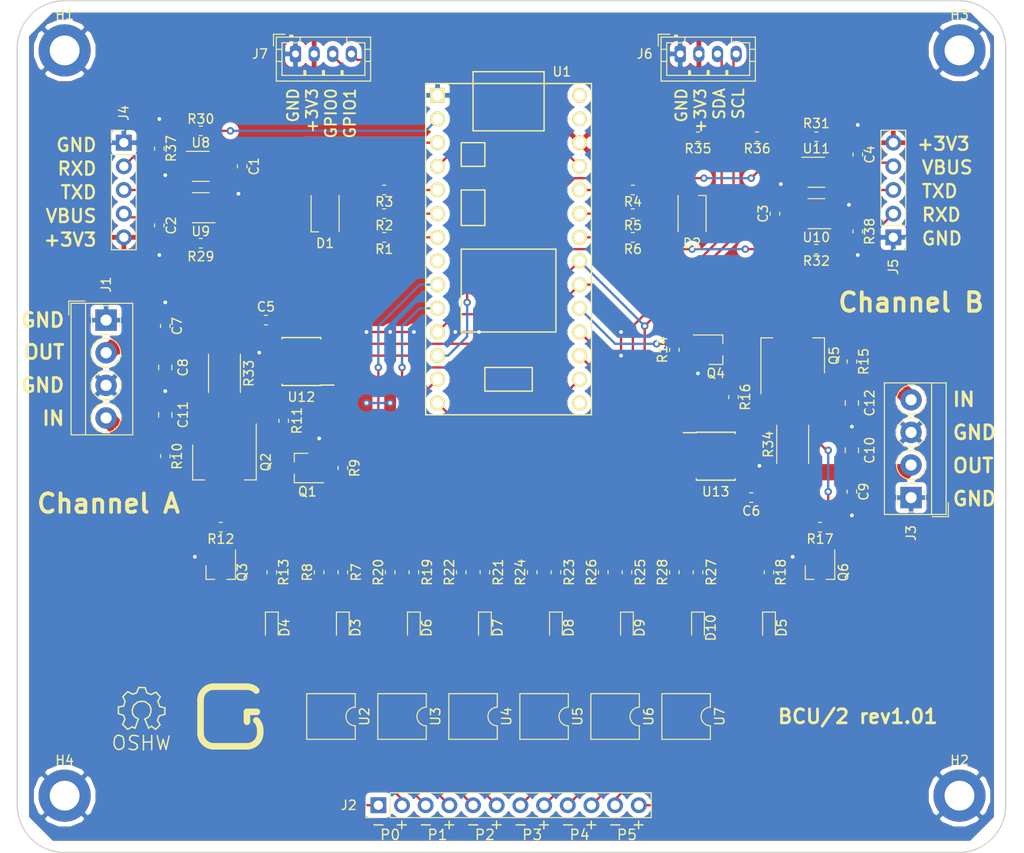
<source format=kicad_pcb>
(kicad_pcb (version 20171130) (host pcbnew 5.1.5+dfsg1-2build2)
  (layers (0 F.Cu signal) (31 B.Cu signal) (34 B.Paste user) (35 F.Paste user) (36 B.SilkS user) (37 F.SilkS user) (38 B.Mask user) (39 F.Mask user) (44 Edge.Cuts user))
  (net 0 "")
  (net 1 "Net-(D2-Pad3)")
  (net 2 "Net-(D2-Pad4)")
  (net 3 GND)
  (net 4 +3V3)
  (net 5 "Net-(D3-Pad1)")
  (net 6 "Net-(D4-Pad1)")
  (net 7 "Net-(D5-Pad1)")
  (net 8 "Net-(D6-Pad1)")
  (net 9 "Net-(D7-Pad1)")
  (net 10 "Net-(D8-Pad1)")
  (net 11 "Net-(D9-Pad1)")
  (net 12 "Net-(D10-Pad1)")
  (net 13 "/Power Channel A/OUT")
  (net 14 "/Power Channel A/IN")
  (net 15 P0-)
  (net 16 P0+)
  (net 17 P1-)
  (net 18 P1+)
  (net 19 P2-)
  (net 20 P2+)
  (net 21 P3-)
  (net 22 P3+)
  (net 23 P4-)
  (net 24 P4+)
  (net 25 P5-)
  (net 26 P5+)
  (net 27 PWRA_EN)
  (net 28 "Net-(Q2-Pad1)")
  (net 29 PWRB_EN)
  (net 30 "Net-(Q5-Pad1)")
  (net 31 LEDA_R)
  (net 32 "Net-(D1-Pad4)")
  (net 33 LEDA_G)
  (net 34 LEDA_B)
  (net 35 "Net-(D1-Pad3)")
  (net 36 LEDB_R)
  (net 37 LEDB_G)
  (net 38 LEDB_B)
  (net 39 P0)
  (net 40 "Net-(R8-Pad2)")
  (net 41 P1)
  (net 42 "Net-(R20-Pad2)")
  (net 43 P2)
  (net 44 "Net-(R22-Pad2)")
  (net 45 P3)
  (net 46 "Net-(R24-Pad2)")
  (net 47 P4)
  (net 48 "Net-(R26-Pad2)")
  (net 49 P5)
  (net 50 "Net-(R28-Pad2)")
  (net 51 UARTA_TX)
  (net 52 UARTA_RX)
  (net 53 UARTB_TX)
  (net 54 UARTB_RX)
  (net 55 "/UART Channel A/VBUS")
  (net 56 "/UART Channel B/VBUS")
  (net 57 "Net-(Q1-Pad3)")
  (net 58 "Net-(Q3-Pad3)")
  (net 59 "Net-(Q4-Pad3)")
  (net 60 "Net-(Q6-Pad3)")
  (net 61 "/Power Channel B/IN")
  (net 62 "/Power Channel B/OUT")
  (net 63 SCL)
  (net 64 SDA)
  (net 65 "Net-(Q2-Pad2)")
  (net 66 "Net-(Q5-Pad2)")
  (net 67 "/UART Channel A/RXD")
  (net 68 "/UART Channel A/TXD")
  (net 69 "/UART Channel B/TXD")
  (net 70 "/UART Channel B/RXD")
  (net 71 GPIO0)
  (net 72 GPIO1)
  (net 73 "Net-(D1-Pad2)")
  (net 74 "Net-(D2-Pad2)")
  (module Resistor_SMD:R_0603_1608Metric_Pad1.05x0.95mm_HandSolder (layer F.Cu) (at 176.53 80.01 270)
    (fp_text reference R14 (at 0 1.27 270) (layer F.SilkS))
    (fp_text value 10K)
    (pad 2 smd roundrect (at 0.875 0 270) (size 1.05 0.95) (layers F.Cu F.Paste F.Mask) (net 3 GND))
    (pad 1 smd roundrect (at -0.875 0 270) (size 1.05 0.95) (layers F.Cu F.Paste F.Mask) (net 29 PWRB_EN))
  )
  (module Package_TO_SOT_SMD:SOT-23_Handsoldering (layer F.Cu) (at 136.525 92.71 180)
    (fp_text reference Q1 (at -0.635 -2.54 180) (layer F.SilkS))
    (fp_text value 2N7002)
    (pad 3 smd rect (at 1.5 0 180) (size 1.9 0.8) (layers F.Cu F.Paste F.Mask) (net 57 "Net-(Q1-Pad3)"))
    (pad 2 smd rect (at -1.5 0.95 180) (size 1.9 0.8) (layers F.Cu F.Paste F.Mask) (net 3 GND))
    (pad 1 smd rect (at -1.5 -0.95 180) (size 1.9 0.8) (layers F.Cu F.Paste F.Mask) (net 27 PWRA_EN))
  )
  (module Capacitor_SMD:C_0603_1608Metric_Pad1.05x0.95mm_HandSolder (layer F.Cu) (at 184.785 95.885 180)
    (fp_text reference C6 (at 0 -1.43 180) (layer F.SilkS))
    (fp_text value 100n)
    (pad 1 smd roundrect (at -0.875 0 180) (size 1.05 0.95) (layers F.Cu F.Paste F.Mask) (net 3 GND))
    (pad 2 smd roundrect (at 0.875 0 180) (size 1.05 0.95) (layers F.Cu F.Paste F.Mask) (net 4 +3V3))
  )
  (module Resistor_SMD:R_0603_1608Metric_Pad1.05x0.95mm_HandSolder (layer F.Cu) (at 182.88 85.09 90)
    (fp_text reference R16 (at 0 1.27 90) (layer F.SilkS))
    (fp_text value 47K)
    (pad 2 smd roundrect (at 0.875 0 90) (size 1.05 0.95) (layers F.Cu F.Paste F.Mask) (net 59 "Net-(Q4-Pad3)"))
    (pad 1 smd roundrect (at -0.875 0 90) (size 1.05 0.95) (layers F.Cu F.Paste F.Mask) (net 30 "Net-(Q5-Pad1)"))
  )
  (module Resistor_SMD:R_0603_1608Metric_Pad1.05x0.95mm_HandSolder (layer F.Cu) (at 195.58 81.28 90)
    (fp_text reference R15 (at 0 1.27 90) (layer F.SilkS))
    (fp_text value 47K)
    (pad 2 smd roundrect (at 0.875 0 90) (size 1.05 0.95) (layers F.Cu F.Paste F.Mask) (net 30 "Net-(Q5-Pad1)"))
    (pad 1 smd roundrect (at -0.875 0 90) (size 1.05 0.95) (layers F.Cu F.Paste F.Mask) (net 61 "/Power Channel B/IN"))
  )
  (module Package_TO_SOT_SMD:SOT-23_Handsoldering (layer F.Cu) (at 192.165 103.9 270)
    (fp_text reference Q6 (at 0 -2.5 270) (layer F.SilkS))
    (fp_text value 2N7002)
    (pad 1 smd rect (at -1.5 -0.95 270) (size 1.9 0.8) (layers F.Cu F.Paste F.Mask) (net 66 "Net-(Q5-Pad2)"))
    (pad 2 smd rect (at -1.5 0.95 270) (size 1.9 0.8) (layers F.Cu F.Paste F.Mask) (net 3 GND))
    (pad 3 smd rect (at 1.5 0 270) (size 1.9 0.8) (layers F.Cu F.Paste F.Mask) (net 60 "Net-(Q6-Pad3)"))
  )
  (module Package_SO:SOIC-8_3.9x4.9mm_P1.27mm (layer F.Cu) (at 180.975 91.44)
    (fp_text reference U13 (at 0 3.81) (layer F.SilkS))
    (fp_text value INA219xID)
    (pad 1 smd rect (at -2.7 -1.905) (size 1.55 0.6) (layers F.Cu F.Paste F.Mask) (net 3 GND))
    (pad 2 smd rect (at -2.7 -0.635) (size 1.55 0.6) (layers F.Cu F.Paste F.Mask) (net 4 +3V3))
    (pad 3 smd rect (at -2.7 0.635) (size 1.55 0.6) (layers F.Cu F.Paste F.Mask) (net 64 SDA))
    (pad 4 smd rect (at -2.7 1.905) (size 1.55 0.6) (layers F.Cu F.Paste F.Mask) (net 63 SCL))
    (pad 5 smd rect (at 2.7 1.905) (size 1.55 0.6) (layers F.Cu F.Paste F.Mask) (net 4 +3V3))
    (pad 6 smd rect (at 2.7 0.635) (size 1.55 0.6) (layers F.Cu F.Paste F.Mask) (net 3 GND))
    (pad 7 smd rect (at 2.7 -0.635) (size 1.55 0.6) (layers F.Cu F.Paste F.Mask) (net 62 "/Power Channel B/OUT"))
    (pad 8 smd rect (at 2.7 -1.905) (size 1.55 0.6) (layers F.Cu F.Paste F.Mask) (net 66 "Net-(Q5-Pad2)"))
  )
  (module LED_SMD:LED_0603_1608Metric_Castellated (layer F.Cu) (at 186.69 109.855 270)
    (fp_text reference D5 (at 0 -1.38 270) (layer F.SilkS))
    (fp_text value Green)
    (pad 2 smd roundrect (at 0.8125 0 270) (size 1.225 0.85) (layers F.Cu F.Paste F.Mask) (net 4 +3V3))
    (pad 1 smd roundrect (at -0.8125 0 270) (size 1.225 0.85) (layers F.Cu F.Paste F.Mask) (net 7 "Net-(D5-Pad1)"))
  )
  (module Capacitor_SMD:C_0805_2012Metric_Pad1.15x1.40mm_HandSolder (layer F.Cu) (at 195.58 90.805 270)
    (fp_text reference C10 (at 0 -1.905 270) (layer F.SilkS))
    (fp_text value 10µ)
    (pad 1 smd roundrect (at -1.025 0 270) (size 1.15 1.4) (layers F.Cu F.Paste F.Mask) (roundrect_rratio 0.217391) (net 3 GND))
    (pad 2 smd roundrect (at 1.025 0 270) (size 1.15 1.4) (layers F.Cu F.Paste F.Mask) (roundrect_rratio 0.217391) (net 62 "/Power Channel B/OUT"))
  )
  (module Resistor_SMD:R_2512_6332Metric_Pad1.52x3.35mm_HandSolder (layer F.Cu) (at 189.23 90.17 90)
    (fp_text reference R34 (at 0 -2.62 90) (layer F.SilkS))
    (fp_text value "0.1 1% 2W")
    (pad 1 smd roundrect (at -2.9875 0 90) (size 1.525 3.35) (layers F.Cu F.Paste F.Mask) (roundrect_rratio 0.163934) (net 62 "/Power Channel B/OUT"))
    (pad 2 smd roundrect (at 2.9875 0 90) (size 1.525 3.35) (layers F.Cu F.Paste F.Mask) (roundrect_rratio 0.163934) (net 66 "Net-(Q5-Pad2)"))
  )
  (module TerminalBlock_MetzConnect:TerminalBlock_MetzConnect_Type059_RT06304HBWC_1x04_P3.50mm_Horizontal (layer F.Cu) (at 201.93 95.885 90)
    (fp_text reference J3 (at -3.81 0 90) (layer F.SilkS))
    (fp_text value Screw_Terminal_01x04)
    (pad 1 thru_hole rect (at 0 0 90) (size 2.3 2.3) (drill 1.2) (layers *.Cu *.Mask) (net 3 GND))
    (pad 2 thru_hole circle (at 3.5 0 90) (size 2.3 2.3) (drill 1.2) (layers *.Cu *.Mask) (net 62 "/Power Channel B/OUT"))
    (pad 3 thru_hole circle (at 7 0 90) (size 2.3 2.3) (drill 1.2) (layers *.Cu *.Mask) (net 3 GND))
    (pad 4 thru_hole circle (at 10.5 0 90) (size 2.3 2.3) (drill 1.2) (layers *.Cu *.Mask) (net 61 "/Power Channel B/IN"))
  )
  (module Resistor_SMD:R_0603_1608Metric_Pad1.05x0.95mm_HandSolder (layer F.Cu) (at 186.69 103.9 90)
    (fp_text reference R18 (at 0 1.27 90) (layer F.SilkS))
    (fp_text value 1K)
    (pad 2 smd roundrect (at 0.875 0 90) (size 1.05 0.95) (layers F.Cu F.Paste F.Mask) (net 60 "Net-(Q6-Pad3)"))
    (pad 1 smd roundrect (at -0.875 0 90) (size 1.05 0.95) (layers F.Cu F.Paste F.Mask) (net 7 "Net-(D5-Pad1)"))
  )
  (module Package_TO_SOT_SMD:SOT-23_Handsoldering (layer F.Cu) (at 180.975 80.01)
    (fp_text reference Q4 (at 0 2.54) (layer F.SilkS))
    (fp_text value 2N7002)
    (pad 3 smd rect (at 1.5 0) (size 1.9 0.8) (layers F.Cu F.Paste F.Mask) (net 59 "Net-(Q4-Pad3)"))
    (pad 2 smd rect (at -1.5 0.95) (size 1.9 0.8) (layers F.Cu F.Paste F.Mask) (net 3 GND))
    (pad 1 smd rect (at -1.5 -0.95) (size 1.9 0.8) (layers F.Cu F.Paste F.Mask) (net 29 PWRB_EN))
  )
  (module Package_TO_SOT_SMD:SOT-223-3_TabPin2 (layer F.Cu) (at 189.23 80.645 90)
    (fp_text reference Q5 (at 0 4.445 90) (layer F.SilkS))
    (fp_text value NTF6P02)
    (pad 2 smd rect (at 3.15 0 90) (size 2 3.8) (layers F.Cu F.Paste F.Mask) (net 66 "Net-(Q5-Pad2)"))
    (pad 2 smd rect (at -3.15 0 90) (size 2 1.5) (layers F.Cu F.Paste F.Mask) (net 66 "Net-(Q5-Pad2)"))
    (pad 3 smd rect (at -3.15 2.3 90) (size 2 1.5) (layers F.Cu F.Paste F.Mask) (net 61 "/Power Channel B/IN"))
    (pad 1 smd rect (at -3.15 -2.3 90) (size 2 1.5) (layers F.Cu F.Paste F.Mask) (net 30 "Net-(Q5-Pad1)"))
  )
  (module Resistor_SMD:R_0603_1608Metric_Pad1.05x0.95mm_HandSolder (layer F.Cu) (at 192.165 99.06 180)
    (fp_text reference R17 (at 0 -1.27 180) (layer F.SilkS))
    (fp_text value 100K)
    (pad 2 smd roundrect (at 0.875 0 180) (size 1.05 0.95) (layers F.Cu F.Paste F.Mask) (net 3 GND))
    (pad 1 smd roundrect (at -0.875 0 180) (size 1.05 0.95) (layers F.Cu F.Paste F.Mask) (net 66 "Net-(Q5-Pad2)"))
  )
  (module Capacitor_SMD:C_0603_1608Metric_Pad1.05x0.95mm_HandSolder (layer F.Cu) (at 195.58 95.25 90)
    (fp_text reference C9 (at 0 1.27 90) (layer F.SilkS))
    (fp_text value 100n)
    (pad 1 smd roundrect (at -0.875 0 90) (size 1.05 0.95) (layers F.Cu F.Paste F.Mask) (net 3 GND))
    (pad 2 smd roundrect (at 0.875 0 90) (size 1.05 0.95) (layers F.Cu F.Paste F.Mask) (net 62 "/Power Channel B/OUT"))
  )
  (module Capacitor_SMD:C_0805_2012Metric_Pad1.15x1.40mm_HandSolder (layer F.Cu) (at 195.58 85.725 90)
    (fp_text reference C12 (at 0 1.905 90) (layer F.SilkS))
    (fp_text value 10µ)
    (pad 2 smd roundrect (at 1.025 0 90) (size 1.15 1.4) (layers F.Cu F.Paste F.Mask) (roundrect_rratio 0.217391) (net 61 "/Power Channel B/IN"))
    (pad 1 smd roundrect (at -1.025 0 90) (size 1.15 1.4) (layers F.Cu F.Paste F.Mask) (roundrect_rratio 0.217391) (net 3 GND))
  )
  (module MountingHole:MountingHole_3.2mm_M3_DIN965_Pad (layer F.Cu) (at 111.125 127.88)
    (fp_text reference H4 (at 0 -3.8) (layer F.SilkS))
    (fp_text value MountingHole_Pad)
    (pad 1 thru_hole circle (at 0 0) (size 5.6 5.6) (drill 3.2) (layers *.Cu *.Mask) (net 3 GND))
  )
  (module Connector_PinHeader_2.54mm:PinHeader_1x12_P2.54mm_Vertical (layer F.Cu) (at 144.78 128.905 90)
    (fp_text reference J2 (at 0 -3.175 180) (layer F.SilkS))
    (fp_text value Conn_01x12_Male)
    (pad 1 thru_hole rect (at 0 0 90) (size 1.7 1.7) (drill 1) (layers *.Cu *.Mask) (net 15 P0-))
    (pad 2 thru_hole oval (at 0 2.54 90) (size 1.7 1.7) (drill 1) (layers *.Cu *.Mask) (net 16 P0+))
    (pad 3 thru_hole oval (at 0 5.08 90) (size 1.7 1.7) (drill 1) (layers *.Cu *.Mask) (net 17 P1-))
    (pad 4 thru_hole oval (at 0 7.62 90) (size 1.7 1.7) (drill 1) (layers *.Cu *.Mask) (net 18 P1+))
    (pad 5 thru_hole oval (at 0 10.16 90) (size 1.7 1.7) (drill 1) (layers *.Cu *.Mask) (net 19 P2-))
    (pad 6 thru_hole oval (at 0 12.7 90) (size 1.7 1.7) (drill 1) (layers *.Cu *.Mask) (net 20 P2+))
    (pad 7 thru_hole oval (at 0 15.24 90) (size 1.7 1.7) (drill 1) (layers *.Cu *.Mask) (net 21 P3-))
    (pad 8 thru_hole oval (at 0 17.78 90) (size 1.7 1.7) (drill 1) (layers *.Cu *.Mask) (net 22 P3+))
    (pad 9 thru_hole oval (at 0 20.32 90) (size 1.7 1.7) (drill 1) (layers *.Cu *.Mask) (net 23 P4-))
    (pad 10 thru_hole oval (at 0 22.86 90) (size 1.7 1.7) (drill 1) (layers *.Cu *.Mask) (net 24 P4+))
    (pad 11 thru_hole oval (at 0 25.4 90) (size 1.7 1.7) (drill 1) (layers *.Cu *.Mask) (net 25 P5-))
    (pad 12 thru_hole oval (at 0 27.94 90) (size 1.7 1.7) (drill 1) (layers *.Cu *.Mask) (net 26 P5+))
  )
  (module Package_DIP:SMDIP-4_W7.62mm (layer F.Cu) (at 154.94 119.38 270)
    (fp_text reference U4 (at 0 -3.6 270) (layer F.SilkS))
    (fp_text value HCPL-181)
    (pad 4 smd rect (at 3.81 -1.27 270) (size 2 1.78) (layers F.Cu F.Paste F.Mask) (net 20 P2+))
    (pad 2 smd rect (at -3.81 1.27 270) (size 2 1.78) (layers F.Cu F.Paste F.Mask) (net 44 "Net-(R22-Pad2)"))
    (pad 3 smd rect (at 3.81 1.27 270) (size 2 1.78) (layers F.Cu F.Paste F.Mask) (net 19 P2-))
    (pad 1 smd rect (at -3.81 -1.27 270) (size 2 1.78) (layers F.Cu F.Paste F.Mask) (net 4 +3V3))
  )
  (module Resistor_SMD:R_0603_1608Metric_Pad1.05x0.95mm_HandSolder (layer F.Cu) (at 145.415 67.945 180)
    (fp_text reference R1 (at 0 -1.27 180) (layer F.SilkS))
    (fp_text value 680)
    (pad 1 smd roundrect (at -0.875 0 180) (size 1.05 0.95) (layers F.Cu F.Paste F.Mask) (net 31 LEDA_R))
    (pad 2 smd roundrect (at 0.875 0 180) (size 1.05 0.95) (layers F.Cu F.Paste F.Mask) (net 73 "Net-(D1-Pad2)"))
  )
  (module Resistor_SMD:R_0603_1608Metric_Pad1.05x0.95mm_HandSolder (layer F.Cu) (at 145.415 65.405 180)
    (fp_text reference R2 (at 0 -1.27 180) (layer F.SilkS))
    (fp_text value 100)
    (pad 1 smd roundrect (at -0.875 0 180) (size 1.05 0.95) (layers F.Cu F.Paste F.Mask) (net 33 LEDA_G))
    (pad 2 smd roundrect (at 0.875 0 180) (size 1.05 0.95) (layers F.Cu F.Paste F.Mask) (net 35 "Net-(D1-Pad3)"))
  )
  (module Resistor_SMD:R_0603_1608Metric_Pad1.05x0.95mm_HandSolder (layer F.Cu) (at 145.415 62.865 180)
    (fp_text reference R3 (at 0 -1.27 180) (layer F.SilkS))
    (fp_text value 100)
    (pad 2 smd roundrect (at 0.875 0 180) (size 1.05 0.95) (layers F.Cu F.Paste F.Mask) (net 32 "Net-(D1-Pad4)"))
    (pad 1 smd roundrect (at -0.875 0 180) (size 1.05 0.95) (layers F.Cu F.Paste F.Mask) (net 34 LEDA_B))
  )
  (module Capacitor_SMD:C_0603_1608Metric_Pad1.05x0.95mm_HandSolder (layer F.Cu) (at 121.285 66.675 90)
    (fp_text reference C2 (at 0 1.27 90) (layer F.SilkS))
    (fp_text value 100n)
    (pad 2 smd roundrect (at 0.875 0 90) (size 1.05 0.95) (layers F.Cu F.Paste F.Mask) (net 55 "/UART Channel A/VBUS"))
    (pad 1 smd roundrect (at -0.875 0 90) (size 1.05 0.95) (layers F.Cu F.Paste F.Mask) (net 3 GND))
  )
  (module Capacitor_SMD:C_0603_1608Metric_Pad1.05x0.95mm_HandSolder (layer F.Cu) (at 187.325 65.405 270)
    (fp_text reference C3 (at 0 1.27 270) (layer F.SilkS))
    (fp_text value 100n)
    (pad 2 smd roundrect (at 0.875 0 270) (size 1.05 0.95) (layers F.Cu F.Paste F.Mask) (net 4 +3V3))
    (pad 1 smd roundrect (at -0.875 0 270) (size 1.05 0.95) (layers F.Cu F.Paste F.Mask) (net 3 GND))
  )
  (module Capacitor_SMD:C_0603_1608Metric_Pad1.05x0.95mm_HandSolder (layer F.Cu) (at 196.215 59.055 270)
    (fp_text reference C4 (at 0 -1.27 270) (layer F.SilkS))
    (fp_text value 100n)
    (pad 2 smd roundrect (at 0.875 0 270) (size 1.05 0.95) (layers F.Cu F.Paste F.Mask) (net 56 "/UART Channel B/VBUS"))
    (pad 1 smd roundrect (at -0.875 0 270) (size 1.05 0.95) (layers F.Cu F.Paste F.Mask) (net 3 GND))
  )
  (module LED_SMD:LED_0603_1608Metric_Castellated (layer F.Cu) (at 140.97 109.855 270)
    (fp_text reference D3 (at 0 -1.38 270) (layer F.SilkS))
    (fp_text value Yellow)
    (pad 2 smd roundrect (at 0.8125 0 270) (size 1.225 0.85) (layers F.Cu F.Paste F.Mask) (net 4 +3V3))
    (pad 1 smd roundrect (at -0.8125 0 270) (size 1.225 0.85) (layers F.Cu F.Paste F.Mask) (net 5 "Net-(D3-Pad1)"))
  )
  (module LED_SMD:LED_0603_1608Metric_Castellated (layer F.Cu) (at 133.35 109.855 270)
    (fp_text reference D4 (at 0 -1.38 270) (layer F.SilkS))
    (fp_text value Green)
    (pad 1 smd roundrect (at -0.8125 0 270) (size 1.225 0.85) (layers F.Cu F.Paste F.Mask) (net 6 "Net-(D4-Pad1)"))
    (pad 2 smd roundrect (at 0.8125 0 270) (size 1.225 0.85) (layers F.Cu F.Paste F.Mask) (net 4 +3V3))
  )
  (module LED_SMD:LED_0603_1608Metric_Castellated (layer F.Cu) (at 148.59 109.855 270)
    (fp_text reference D6 (at 0 -1.38 270) (layer F.SilkS))
    (fp_text value Yellow)
    (pad 2 smd roundrect (at 0.8125 0 270) (size 1.225 0.85) (layers F.Cu F.Paste F.Mask) (net 4 +3V3))
    (pad 1 smd roundrect (at -0.8125 0 270) (size 1.225 0.85) (layers F.Cu F.Paste F.Mask) (net 8 "Net-(D6-Pad1)"))
  )
  (module LED_SMD:LED_0603_1608Metric_Castellated (layer F.Cu) (at 156.21 109.855 270)
    (fp_text reference D7 (at 0 -1.38 270) (layer F.SilkS))
    (fp_text value Yellow)
    (pad 1 smd roundrect (at -0.8125 0 270) (size 1.225 0.85) (layers F.Cu F.Paste F.Mask) (net 9 "Net-(D7-Pad1)"))
    (pad 2 smd roundrect (at 0.8125 0 270) (size 1.225 0.85) (layers F.Cu F.Paste F.Mask) (net 4 +3V3))
  )
  (module LED_SMD:LED_0603_1608Metric_Castellated (layer F.Cu) (at 163.83 109.855 270)
    (fp_text reference D8 (at 0 -1.38 270) (layer F.SilkS))
    (fp_text value Yellow)
    (pad 2 smd roundrect (at 0.8125 0 270) (size 1.225 0.85) (layers F.Cu F.Paste F.Mask) (net 4 +3V3))
    (pad 1 smd roundrect (at -0.8125 0 270) (size 1.225 0.85) (layers F.Cu F.Paste F.Mask) (net 10 "Net-(D8-Pad1)"))
  )
  (module LED_SMD:LED_0603_1608Metric_Castellated (layer F.Cu) (at 171.45 109.855 270)
    (fp_text reference D9 (at 0 -1.38 270) (layer F.SilkS))
    (fp_text value Yellow)
    (pad 2 smd roundrect (at 0.8125 0 270) (size 1.225 0.85) (layers F.Cu F.Paste F.Mask) (net 4 +3V3))
    (pad 1 smd roundrect (at -0.8125 0 270) (size 1.225 0.85) (layers F.Cu F.Paste F.Mask) (net 11 "Net-(D9-Pad1)"))
  )
  (module LED_SMD:LED_0603_1608Metric_Castellated (layer F.Cu) (at 179.07 109.855 270)
    (fp_text reference D10 (at 0 -1.38 270) (layer F.SilkS))
    (fp_text value Yellow)
    (pad 1 smd roundrect (at -0.8125 0 270) (size 1.225 0.85) (layers F.Cu F.Paste F.Mask) (net 12 "Net-(D10-Pad1)"))
    (pad 2 smd roundrect (at 0.8125 0 270) (size 1.225 0.85) (layers F.Cu F.Paste F.Mask) (net 4 +3V3))
  )
  (module TerminalBlock_MetzConnect:TerminalBlock_MetzConnect_Type059_RT06304HBWC_1x04_P3.50mm_Horizontal (layer F.Cu) (at 115.57 76.835 270)
    (fp_text reference J1 (at -3.81 0 90) (layer F.SilkS))
    (fp_text value Screw_Terminal_01x04)
    (pad 4 thru_hole circle (at 10.5 0 270) (size 2.3 2.3) (drill 1.2) (layers *.Cu *.Mask) (net 14 "/Power Channel A/IN"))
    (pad 3 thru_hole circle (at 7 0 270) (size 2.3 2.3) (drill 1.2) (layers *.Cu *.Mask) (net 3 GND))
    (pad 2 thru_hole circle (at 3.5 0 270) (size 2.3 2.3) (drill 1.2) (layers *.Cu *.Mask) (net 13 "/Power Channel A/OUT"))
    (pad 1 thru_hole rect (at 0 0 270) (size 2.3 2.3) (drill 1.2) (layers *.Cu *.Mask) (net 3 GND))
  )
  (module Connector_PinHeader_2.54mm:PinHeader_1x05_P2.54mm_Vertical (layer F.Cu) (at 117.475 57.785)
    (fp_text reference J4 (at 0 -3.175 90) (layer F.SilkS))
    (fp_text value Conn_01x05_Male)
    (pad 1 thru_hole rect (at 0 0) (size 1.7 1.7) (drill 1) (layers *.Cu *.Mask) (net 3 GND))
    (pad 2 thru_hole oval (at 0 2.54) (size 1.7 1.7) (drill 1) (layers *.Cu *.Mask) (net 67 "/UART Channel A/RXD"))
    (pad 3 thru_hole oval (at 0 5.08) (size 1.7 1.7) (drill 1) (layers *.Cu *.Mask) (net 68 "/UART Channel A/TXD"))
    (pad 4 thru_hole oval (at 0 7.62) (size 1.7 1.7) (drill 1) (layers *.Cu *.Mask) (net 55 "/UART Channel A/VBUS"))
    (pad 5 thru_hole oval (at 0 10.16) (size 1.7 1.7) (drill 1) (layers *.Cu *.Mask) (net 4 +3V3))
  )
  (module Connector_PinHeader_2.54mm:PinHeader_1x05_P2.54mm_Vertical (layer F.Cu) (at 200.025 67.945 180)
    (fp_text reference J5 (at 0 -3.175 270) (layer F.SilkS))
    (fp_text value Conn_01x05_Male)
    (pad 1 thru_hole rect (at 0 0 180) (size 1.7 1.7) (drill 1) (layers *.Cu *.Mask) (net 3 GND))
    (pad 2 thru_hole oval (at 0 2.54 180) (size 1.7 1.7) (drill 1) (layers *.Cu *.Mask) (net 70 "/UART Channel B/RXD"))
    (pad 3 thru_hole oval (at 0 5.08 180) (size 1.7 1.7) (drill 1) (layers *.Cu *.Mask) (net 69 "/UART Channel B/TXD"))
    (pad 4 thru_hole oval (at 0 7.62 180) (size 1.7 1.7) (drill 1) (layers *.Cu *.Mask) (net 56 "/UART Channel B/VBUS"))
    (pad 5 thru_hole oval (at 0 10.16 180) (size 1.7 1.7) (drill 1) (layers *.Cu *.Mask) (net 4 +3V3))
  )
  (module Resistor_SMD:R_0603_1608Metric_Pad1.05x0.95mm_HandSolder (layer F.Cu) (at 172.085 62.865)
    (fp_text reference R4 (at 0 1.27) (layer F.SilkS))
    (fp_text value 680)
    (pad 1 smd roundrect (at -0.875 0) (size 1.05 0.95) (layers F.Cu F.Paste F.Mask) (net 36 LEDB_R))
    (pad 2 smd roundrect (at 0.875 0) (size 1.05 0.95) (layers F.Cu F.Paste F.Mask) (net 74 "Net-(D2-Pad2)"))
  )
  (module Resistor_SMD:R_0603_1608Metric_Pad1.05x0.95mm_HandSolder (layer F.Cu) (at 172.085 65.405)
    (fp_text reference R5 (at 0 1.27) (layer F.SilkS))
    (fp_text value 100)
    (pad 2 smd roundrect (at 0.875 0) (size 1.05 0.95) (layers F.Cu F.Paste F.Mask) (net 1 "Net-(D2-Pad3)"))
    (pad 1 smd roundrect (at -0.875 0) (size 1.05 0.95) (layers F.Cu F.Paste F.Mask) (net 37 LEDB_G))
  )
  (module Resistor_SMD:R_0603_1608Metric_Pad1.05x0.95mm_HandSolder (layer F.Cu) (at 172.085 67.945)
    (fp_text reference R6 (at 0 1.27) (layer F.SilkS))
    (fp_text value 100)
    (pad 1 smd roundrect (at -0.875 0) (size 1.05 0.95) (layers F.Cu F.Paste F.Mask) (net 38 LEDB_B))
    (pad 2 smd roundrect (at 0.875 0) (size 1.05 0.95) (layers F.Cu F.Paste F.Mask) (net 2 "Net-(D2-Pad4)"))
  )
  (module Resistor_SMD:R_0603_1608Metric_Pad1.05x0.95mm_HandSolder (layer F.Cu) (at 140.97 103.9 270)
    (fp_text reference R7 (at 0 -1.43 270) (layer F.SilkS))
    (fp_text value 1K)
    (pad 2 smd roundrect (at 0.875 0 270) (size 1.05 0.95) (layers F.Cu F.Paste F.Mask) (net 5 "Net-(D3-Pad1)"))
    (pad 1 smd roundrect (at -0.875 0 270) (size 1.05 0.95) (layers F.Cu F.Paste F.Mask) (net 39 P0))
  )
  (module Resistor_SMD:R_0603_1608Metric_Pad1.05x0.95mm_HandSolder (layer F.Cu) (at 138.43 103.9 270)
    (fp_text reference R8 (at 0 1.27 270) (layer F.SilkS))
    (fp_text value 270)
    (pad 1 smd roundrect (at -0.875 0 270) (size 1.05 0.95) (layers F.Cu F.Paste F.Mask) (net 39 P0))
    (pad 2 smd roundrect (at 0.875 0 270) (size 1.05 0.95) (layers F.Cu F.Paste F.Mask) (net 40 "Net-(R8-Pad2)"))
  )
  (module Resistor_SMD:R_0603_1608Metric_Pad1.05x0.95mm_HandSolder (layer F.Cu) (at 140.97 92.71 90)
    (fp_text reference R9 (at 0 1.27 90) (layer F.SilkS))
    (fp_text value 10K)
    (pad 2 smd roundrect (at 0.875 0 90) (size 1.05 0.95) (layers F.Cu F.Paste F.Mask) (net 3 GND))
    (pad 1 smd roundrect (at -0.875 0 90) (size 1.05 0.95) (layers F.Cu F.Paste F.Mask) (net 27 PWRA_EN))
  )
  (module Resistor_SMD:R_0603_1608Metric_Pad1.05x0.95mm_HandSolder (layer F.Cu) (at 121.92 91.44 270)
    (fp_text reference R10 (at 0 -1.27 90) (layer F.SilkS))
    (fp_text value 47K)
    (pad 2 smd roundrect (at 0.875 0 270) (size 1.05 0.95) (layers F.Cu F.Paste F.Mask) (net 28 "Net-(Q2-Pad1)"))
    (pad 1 smd roundrect (at -0.875 0 270) (size 1.05 0.95) (layers F.Cu F.Paste F.Mask) (net 14 "/Power Channel A/IN"))
  )
  (module Resistor_SMD:R_0603_1608Metric_Pad1.05x0.95mm_HandSolder (layer F.Cu) (at 134.62 87.63 270)
    (fp_text reference R11 (at 0 -1.43 90) (layer F.SilkS))
    (fp_text value 47K)
    (pad 2 smd roundrect (at 0.875 0 270) (size 1.05 0.95) (layers F.Cu F.Paste F.Mask) (net 57 "Net-(Q1-Pad3)"))
    (pad 1 smd roundrect (at -0.875 0 270) (size 1.05 0.95) (layers F.Cu F.Paste F.Mask) (net 28 "Net-(Q2-Pad1)"))
  )
  (module Resistor_SMD:R_0603_1608Metric_Pad1.05x0.95mm_HandSolder (layer F.Cu) (at 127.875 99.06 180)
    (fp_text reference R12 (at 0 -1.27 180) (layer F.SilkS))
    (fp_text value 100K)
    (pad 1 smd roundrect (at -0.875 0 180) (size 1.05 0.95) (layers F.Cu F.Paste F.Mask) (net 65 "Net-(Q2-Pad2)"))
    (pad 2 smd roundrect (at 0.875 0 180) (size 1.05 0.95) (layers F.Cu F.Paste F.Mask) (net 3 GND))
  )
  (module Resistor_SMD:R_0603_1608Metric_Pad1.05x0.95mm_HandSolder (layer F.Cu) (at 133.35 103.9 90)
    (fp_text reference R13 (at 0 1.27 90) (layer F.SilkS))
    (fp_text value 1K)
    (pad 2 smd roundrect (at 0.875 0 90) (size 1.05 0.95) (layers F.Cu F.Paste F.Mask) (net 58 "Net-(Q3-Pad3)"))
    (pad 1 smd roundrect (at -0.875 0 90) (size 1.05 0.95) (layers F.Cu F.Paste F.Mask) (net 6 "Net-(D4-Pad1)"))
  )
  (module Resistor_SMD:R_0603_1608Metric_Pad1.05x0.95mm_HandSolder (layer F.Cu) (at 148.59 103.9 270)
    (fp_text reference R19 (at 0 -1.43 270) (layer F.SilkS))
    (fp_text value 1K)
    (pad 1 smd roundrect (at -0.875 0 270) (size 1.05 0.95) (layers F.Cu F.Paste F.Mask) (net 41 P1))
    (pad 2 smd roundrect (at 0.875 0 270) (size 1.05 0.95) (layers F.Cu F.Paste F.Mask) (net 8 "Net-(D6-Pad1)"))
  )
  (module Resistor_SMD:R_0603_1608Metric_Pad1.05x0.95mm_HandSolder (layer F.Cu) (at 146.05 103.9 270)
    (fp_text reference R20 (at 0 1.27 270) (layer F.SilkS))
    (fp_text value 270)
    (pad 2 smd roundrect (at 0.875 0 270) (size 1.05 0.95) (layers F.Cu F.Paste F.Mask) (net 42 "Net-(R20-Pad2)"))
    (pad 1 smd roundrect (at -0.875 0 270) (size 1.05 0.95) (layers F.Cu F.Paste F.Mask) (net 41 P1))
  )
  (module Resistor_SMD:R_0603_1608Metric_Pad1.05x0.95mm_HandSolder (layer F.Cu) (at 156.21 103.9 270)
    (fp_text reference R21 (at 0 -1.43 270) (layer F.SilkS))
    (fp_text value 1K)
    (pad 2 smd roundrect (at 0.875 0 270) (size 1.05 0.95) (layers F.Cu F.Paste F.Mask) (net 9 "Net-(D7-Pad1)"))
    (pad 1 smd roundrect (at -0.875 0 270) (size 1.05 0.95) (layers F.Cu F.Paste F.Mask) (net 43 P2))
  )
  (module Resistor_SMD:R_0603_1608Metric_Pad1.05x0.95mm_HandSolder (layer F.Cu) (at 153.67 103.9 270)
    (fp_text reference R22 (at 0 1.27 270) (layer F.SilkS))
    (fp_text value 270)
    (pad 1 smd roundrect (at -0.875 0 270) (size 1.05 0.95) (layers F.Cu F.Paste F.Mask) (net 43 P2))
    (pad 2 smd roundrect (at 0.875 0 270) (size 1.05 0.95) (layers F.Cu F.Paste F.Mask) (net 44 "Net-(R22-Pad2)"))
  )
  (module Resistor_SMD:R_0603_1608Metric_Pad1.05x0.95mm_HandSolder (layer F.Cu) (at 163.83 103.9 270)
    (fp_text reference R23 (at 0 -1.43 270) (layer F.SilkS))
    (fp_text value 1K)
    (pad 2 smd roundrect (at 0.875 0 270) (size 1.05 0.95) (layers F.Cu F.Paste F.Mask) (net 10 "Net-(D8-Pad1)"))
    (pad 1 smd roundrect (at -0.875 0 270) (size 1.05 0.95) (layers F.Cu F.Paste F.Mask) (net 45 P3))
  )
  (module Resistor_SMD:R_0603_1608Metric_Pad1.05x0.95mm_HandSolder (layer F.Cu) (at 161.29 103.9 270)
    (fp_text reference R24 (at 0 1.27 270) (layer F.SilkS))
    (fp_text value 270)
    (pad 2 smd roundrect (at 0.875 0 270) (size 1.05 0.95) (layers F.Cu F.Paste F.Mask) (net 46 "Net-(R24-Pad2)"))
    (pad 1 smd roundrect (at -0.875 0 270) (size 1.05 0.95) (layers F.Cu F.Paste F.Mask) (net 45 P3))
  )
  (module Resistor_SMD:R_0603_1608Metric_Pad1.05x0.95mm_HandSolder (layer F.Cu) (at 171.45 103.9 270)
    (fp_text reference R25 (at 0 -1.43 270) (layer F.SilkS))
    (fp_text value 1K)
    (pad 1 smd roundrect (at -0.875 0 270) (size 1.05 0.95) (layers F.Cu F.Paste F.Mask) (net 47 P4))
    (pad 2 smd roundrect (at 0.875 0 270) (size 1.05 0.95) (layers F.Cu F.Paste F.Mask) (net 11 "Net-(D9-Pad1)"))
  )
  (module Resistor_SMD:R_0603_1608Metric_Pad1.05x0.95mm_HandSolder (layer F.Cu) (at 168.91 103.9 270)
    (fp_text reference R26 (at 0 1.27 270) (layer F.SilkS))
    (fp_text value 270)
    (pad 2 smd roundrect (at 0.875 0 270) (size 1.05 0.95) (layers F.Cu F.Paste F.Mask) (net 48 "Net-(R26-Pad2)"))
    (pad 1 smd roundrect (at -0.875 0 270) (size 1.05 0.95) (layers F.Cu F.Paste F.Mask) (net 47 P4))
  )
  (module Resistor_SMD:R_0603_1608Metric_Pad1.05x0.95mm_HandSolder (layer F.Cu) (at 179.07 103.9 270)
    (fp_text reference R27 (at 0 -1.43 270) (layer F.SilkS))
    (fp_text value 1K)
    (pad 1 smd roundrect (at -0.875 0 270) (size 1.05 0.95) (layers F.Cu F.Paste F.Mask) (net 49 P5))
    (pad 2 smd roundrect (at 0.875 0 270) (size 1.05 0.95) (layers F.Cu F.Paste F.Mask) (net 12 "Net-(D10-Pad1)"))
  )
  (module Resistor_SMD:R_0603_1608Metric_Pad1.05x0.95mm_HandSolder (layer F.Cu) (at 176.53 103.9 270)
    (fp_text reference R28 (at 0 1.27 270) (layer F.SilkS))
    (fp_text value 270)
    (pad 1 smd roundrect (at -0.875 0 270) (size 1.05 0.95) (layers F.Cu F.Paste F.Mask) (net 49 P5))
    (pad 2 smd roundrect (at 0.875 0 270) (size 1.05 0.95) (layers F.Cu F.Paste F.Mask) (net 50 "Net-(R28-Pad2)"))
  )
  (module Resistor_SMD:R_0603_1608Metric_Pad1.05x0.95mm_HandSolder (layer F.Cu) (at 125.73 68.58 180)
    (fp_text reference R29 (at 0 -1.43 180) (layer F.SilkS))
    (fp_text value 0*)
    (pad 1 smd roundrect (at -0.875 0 180) (size 1.05 0.95) (layers F.Cu F.Paste F.Mask) (net 51 UARTA_TX))
    (pad 2 smd roundrect (at 0.875 0 180) (size 1.05 0.95) (layers F.Cu F.Paste F.Mask) (net 68 "/UART Channel A/TXD"))
  )
  (module Resistor_SMD:R_0603_1608Metric_Pad1.05x0.95mm_HandSolder (layer F.Cu) (at 125.73 56.515 180)
    (fp_text reference R30 (at 0 1.27 180) (layer F.SilkS))
    (fp_text value 0*)
    (pad 2 smd roundrect (at 0.875 0 180) (size 1.05 0.95) (layers F.Cu F.Paste F.Mask) (net 67 "/UART Channel A/RXD"))
    (pad 1 smd roundrect (at -0.875 0 180) (size 1.05 0.95) (layers F.Cu F.Paste F.Mask) (net 52 UARTA_RX))
  )
  (module Resistor_SMD:R_0603_1608Metric_Pad1.05x0.95mm_HandSolder (layer F.Cu) (at 191.77 57.15)
    (fp_text reference R31 (at 0 -1.43) (layer F.SilkS))
    (fp_text value 0*)
    (pad 1 smd roundrect (at -0.875 0) (size 1.05 0.95) (layers F.Cu F.Paste F.Mask) (net 53 UARTB_TX))
    (pad 2 smd roundrect (at 0.875 0) (size 1.05 0.95) (layers F.Cu F.Paste F.Mask) (net 69 "/UART Channel B/TXD"))
  )
  (module Resistor_SMD:R_0603_1608Metric_Pad1.05x0.95mm_HandSolder (layer F.Cu) (at 191.77 69.215)
    (fp_text reference R32 (at 0 1.27) (layer F.SilkS))
    (fp_text value 0*)
    (pad 2 smd roundrect (at 0.875 0) (size 1.05 0.95) (layers F.Cu F.Paste F.Mask) (net 70 "/UART Channel B/RXD"))
    (pad 1 smd roundrect (at -0.875 0) (size 1.05 0.95) (layers F.Cu F.Paste F.Mask) (net 54 UARTB_RX))
  )
  (module Package_DIP:SMDIP-4_W7.62mm (layer F.Cu) (at 139.7 119.38 270)
    (fp_text reference U2 (at 0 -3.6 270) (layer F.SilkS))
    (fp_text value HCPL-181)
    (pad 1 smd rect (at -3.81 -1.27 270) (size 2 1.78) (layers F.Cu F.Paste F.Mask) (net 4 +3V3))
    (pad 3 smd rect (at 3.81 1.27 270) (size 2 1.78) (layers F.Cu F.Paste F.Mask) (net 15 P0-))
    (pad 2 smd rect (at -3.81 1.27 270) (size 2 1.78) (layers F.Cu F.Paste F.Mask) (net 40 "Net-(R8-Pad2)"))
    (pad 4 smd rect (at 3.81 -1.27 270) (size 2 1.78) (layers F.Cu F.Paste F.Mask) (net 16 P0+))
  )
  (module Package_DIP:SMDIP-4_W7.62mm (layer F.Cu) (at 147.32 119.38 270)
    (fp_text reference U3 (at 0 -3.6 270) (layer F.SilkS))
    (fp_text value HCPL-181)
    (pad 4 smd rect (at 3.81 -1.27 270) (size 2 1.78) (layers F.Cu F.Paste F.Mask) (net 18 P1+))
    (pad 2 smd rect (at -3.81 1.27 270) (size 2 1.78) (layers F.Cu F.Paste F.Mask) (net 42 "Net-(R20-Pad2)"))
    (pad 3 smd rect (at 3.81 1.27 270) (size 2 1.78) (layers F.Cu F.Paste F.Mask) (net 17 P1-))
    (pad 1 smd rect (at -3.81 -1.27 270) (size 2 1.78) (layers F.Cu F.Paste F.Mask) (net 4 +3V3))
  )
  (module Package_DIP:SMDIP-4_W7.62mm (layer F.Cu) (at 162.56 119.38 270)
    (fp_text reference U5 (at 0 -3.6 270) (layer F.SilkS))
    (fp_text value HCPL-181)
    (pad 4 smd rect (at 3.81 -1.27 270) (size 2 1.78) (layers F.Cu F.Paste F.Mask) (net 22 P3+))
    (pad 2 smd rect (at -3.81 1.27 270) (size 2 1.78) (layers F.Cu F.Paste F.Mask) (net 46 "Net-(R24-Pad2)"))
    (pad 3 smd rect (at 3.81 1.27 270) (size 2 1.78) (layers F.Cu F.Paste F.Mask) (net 21 P3-))
    (pad 1 smd rect (at -3.81 -1.27 270) (size 2 1.78) (layers F.Cu F.Paste F.Mask) (net 4 +3V3))
  )
  (module Package_DIP:SMDIP-4_W7.62mm (layer F.Cu) (at 170.18 119.38 270)
    (fp_text reference U6 (at 0 -3.6 270) (layer F.SilkS))
    (fp_text value HCPL-181)
    (pad 1 smd rect (at -3.81 -1.27 270) (size 2 1.78) (layers F.Cu F.Paste F.Mask) (net 4 +3V3))
    (pad 3 smd rect (at 3.81 1.27 270) (size 2 1.78) (layers F.Cu F.Paste F.Mask) (net 23 P4-))
    (pad 2 smd rect (at -3.81 1.27 270) (size 2 1.78) (layers F.Cu F.Paste F.Mask) (net 48 "Net-(R26-Pad2)"))
    (pad 4 smd rect (at 3.81 -1.27 270) (size 2 1.78) (layers F.Cu F.Paste F.Mask) (net 24 P4+))
  )
  (module Package_DIP:SMDIP-4_W7.62mm (layer F.Cu) (at 177.8 119.38 270)
    (fp_text reference U7 (at 0 -3.6 270) (layer F.SilkS))
    (fp_text value HCPL-181)
    (pad 4 smd rect (at 3.81 -1.27 270) (size 2 1.78) (layers F.Cu F.Paste F.Mask) (net 26 P5+))
    (pad 2 smd rect (at -3.81 1.27 270) (size 2 1.78) (layers F.Cu F.Paste F.Mask) (net 50 "Net-(R28-Pad2)"))
    (pad 3 smd rect (at 3.81 1.27 270) (size 2 1.78) (layers F.Cu F.Paste F.Mask) (net 25 P5-))
    (pad 1 smd rect (at -3.81 -1.27 270) (size 2 1.78) (layers F.Cu F.Paste F.Mask) (net 4 +3V3))
  )
  (module Package_TO_SOT_SMD:SOT-23-5_HandSoldering (layer F.Cu) (at 125.73 60.325)
    (fp_text reference U8 (at 0 -2.54) (layer F.SilkS))
    (fp_text value 74LV1T08)
    (pad 1 smd rect (at -1.35 -0.95) (size 1.56 0.65) (layers F.Cu F.Paste F.Mask) (net 67 "/UART Channel A/RXD"))
    (pad 2 smd rect (at -1.35 0) (size 1.56 0.65) (layers F.Cu F.Paste F.Mask) (net 67 "/UART Channel A/RXD"))
    (pad 3 smd rect (at -1.35 0.95) (size 1.56 0.65) (layers F.Cu F.Paste F.Mask) (net 3 GND))
    (pad 4 smd rect (at 1.35 0.95) (size 1.56 0.65) (layers F.Cu F.Paste F.Mask) (net 52 UARTA_RX))
    (pad 5 smd rect (at 1.35 -0.95) (size 1.56 0.65) (layers F.Cu F.Paste F.Mask) (net 4 +3V3))
  )
  (module Package_TO_SOT_SMD:SOT-23-5_HandSoldering (layer F.Cu) (at 125.73 64.77 180)
    (fp_text reference U9 (at 0 -2.54 180) (layer F.SilkS))
    (fp_text value 74LV1T08)
    (pad 5 smd rect (at 1.35 -0.95 180) (size 1.56 0.65) (layers F.Cu F.Paste F.Mask) (net 55 "/UART Channel A/VBUS"))
    (pad 4 smd rect (at 1.35 0.95 180) (size 1.56 0.65) (layers F.Cu F.Paste F.Mask) (net 68 "/UART Channel A/TXD"))
    (pad 3 smd rect (at -1.35 0.95 180) (size 1.56 0.65) (layers F.Cu F.Paste F.Mask) (net 3 GND))
    (pad 2 smd rect (at -1.35 0 180) (size 1.56 0.65) (layers F.Cu F.Paste F.Mask) (net 51 UARTA_TX))
    (pad 1 smd rect (at -1.35 -0.95 180) (size 1.56 0.65) (layers F.Cu F.Paste F.Mask) (net 51 UARTA_TX))
  )
  (module Package_TO_SOT_SMD:SOT-23-5_HandSoldering (layer F.Cu) (at 191.77 65.405 180)
    (fp_text reference U10 (at 0 -2.54 180) (layer F.SilkS))
    (fp_text value 74LV1T08)
    (pad 1 smd rect (at -1.35 -0.95 180) (size 1.56 0.65) (layers F.Cu F.Paste F.Mask) (net 70 "/UART Channel B/RXD"))
    (pad 2 smd rect (at -1.35 0 180) (size 1.56 0.65) (layers F.Cu F.Paste F.Mask) (net 70 "/UART Channel B/RXD"))
    (pad 3 smd rect (at -1.35 0.95 180) (size 1.56 0.65) (layers F.Cu F.Paste F.Mask) (net 3 GND))
    (pad 4 smd rect (at 1.35 0.95 180) (size 1.56 0.65) (layers F.Cu F.Paste F.Mask) (net 54 UARTB_RX))
    (pad 5 smd rect (at 1.35 -0.95 180) (size 1.56 0.65) (layers F.Cu F.Paste F.Mask) (net 4 +3V3))
  )
  (module Package_TO_SOT_SMD:SOT-23-5_HandSoldering (layer F.Cu) (at 191.77 60.96)
    (fp_text reference U11 (at 0 -2.54) (layer F.SilkS))
    (fp_text value 74LV1T08)
    (pad 5 smd rect (at 1.35 -0.95) (size 1.56 0.65) (layers F.Cu F.Paste F.Mask) (net 56 "/UART Channel B/VBUS"))
    (pad 4 smd rect (at 1.35 0.95) (size 1.56 0.65) (layers F.Cu F.Paste F.Mask) (net 69 "/UART Channel B/TXD"))
    (pad 3 smd rect (at -1.35 0.95) (size 1.56 0.65) (layers F.Cu F.Paste F.Mask) (net 3 GND))
    (pad 2 smd rect (at -1.35 0) (size 1.56 0.65) (layers F.Cu F.Paste F.Mask) (net 53 UARTB_TX))
    (pad 1 smd rect (at -1.35 -0.95) (size 1.56 0.65) (layers F.Cu F.Paste F.Mask) (net 53 UARTB_TX))
  )
  (module Package_TO_SOT_SMD:SOT-223-3_TabPin2 (layer F.Cu) (at 128.27 92.075 270)
    (fp_text reference Q2 (at 0 -4.445 90) (layer F.SilkS))
    (fp_text value NTF6P02)
    (pad 2 smd rect (at 3.15 0 270) (size 2 3.8) (layers F.Cu F.Paste F.Mask) (net 65 "Net-(Q2-Pad2)"))
    (pad 2 smd rect (at -3.15 0 270) (size 2 1.5) (layers F.Cu F.Paste F.Mask) (net 65 "Net-(Q2-Pad2)"))
    (pad 3 smd rect (at -3.15 2.3 270) (size 2 1.5) (layers F.Cu F.Paste F.Mask) (net 14 "/Power Channel A/IN"))
    (pad 1 smd rect (at -3.15 -2.3 270) (size 2 1.5) (layers F.Cu F.Paste F.Mask) (net 28 "Net-(Q2-Pad1)"))
  )
  (module Package_TO_SOT_SMD:SOT-23_Handsoldering (layer F.Cu) (at 127.875 103.9 270)
    (fp_text reference Q3 (at 0 -2.3 270) (layer F.SilkS))
    (fp_text value 2N7002)
    (pad 3 smd rect (at 1.5 0 270) (size 1.9 0.8) (layers F.Cu F.Paste F.Mask) (net 58 "Net-(Q3-Pad3)"))
    (pad 2 smd rect (at -1.5 0.95 270) (size 1.9 0.8) (layers F.Cu F.Paste F.Mask) (net 3 GND))
    (pad 1 smd rect (at -1.5 -0.95 270) (size 1.9 0.8) (layers F.Cu F.Paste F.Mask) (net 65 "Net-(Q2-Pad2)"))
  )
  (module Resistor_SMD:R_2512_6332Metric_Pad1.52x3.35mm_HandSolder (layer F.Cu) (at 128.27 82.55 270)
    (fp_text reference R33 (at 0 -2.62 270) (layer F.SilkS))
    (fp_text value "0.1 1% 2W")
    (pad 2 smd roundrect (at 2.9875 0 270) (size 1.525 3.35) (layers F.Cu F.Paste F.Mask) (roundrect_rratio 0.163934) (net 65 "Net-(Q2-Pad2)"))
    (pad 1 smd roundrect (at -2.9875 0 270) (size 1.525 3.35) (layers F.Cu F.Paste F.Mask) (roundrect_rratio 0.163934) (net 13 "/Power Channel A/OUT"))
  )
  (module Symbols:Symbol_OSHW-Logo_SilkScreen (layer F.Cu) (at 119.38 118.745)
    (fp_text reference OSHW hide)
    (fp_text value Symbol_OSHW-Logo_SilkScreen)
  )
  (module geert:Glider_bvba_G_Medium (layer F.Cu) (at 128.905 119.38)
    (fp_text reference Glider hide)
    (fp_text value "Glider logo")
    (pad "" smd circle (at 0 -1.778) (size 1.2 1.2) (layers F.Cu F.Paste F.Mask))
    (pad "" smd circle (at 0 1.778) (size 1.2 1.2) (layers F.Cu F.Paste F.Mask))
    (pad "" smd circle (at -1.778 1.778) (size 1.2 1.2) (layers F.Cu F.Paste F.Mask))
    (pad "" smd circle (at 1.778 1.778) (size 1.2 1.2) (layers F.Cu F.Paste F.Mask))
    (pad "" smd circle (at -1.778 0) (size 1.2 1.2) (layers F.Cu F.Paste F.Mask))
  )
  (module Capacitor_SMD:C_0603_1608Metric_Pad1.05x0.95mm_HandSolder (layer F.Cu) (at 132.715 76.835)
    (fp_text reference C5 (at 0 -1.43) (layer F.SilkS))
    (fp_text value 100n)
    (pad 2 smd roundrect (at 0.875 0) (size 1.05 0.95) (layers F.Cu F.Paste F.Mask) (net 4 +3V3))
    (pad 1 smd roundrect (at -0.875 0) (size 1.05 0.95) (layers F.Cu F.Paste F.Mask) (net 3 GND))
  )
  (module Resistor_SMD:R_0603_1608Metric_Pad1.05x0.95mm_HandSolder (layer F.Cu) (at 179.07 57.15)
    (fp_text reference R35 (at 0 1.27) (layer F.SilkS))
    (fp_text value 4K7)
    (pad 1 smd roundrect (at -0.875 0) (size 1.05 0.95) (layers F.Cu F.Paste F.Mask) (net 4 +3V3))
    (pad 2 smd roundrect (at 0.875 0) (size 1.05 0.95) (layers F.Cu F.Paste F.Mask) (net 64 SDA))
  )
  (module Resistor_SMD:R_0603_1608Metric_Pad1.05x0.95mm_HandSolder (layer F.Cu) (at 185.42 57.15 180)
    (fp_text reference R36 (at 0 -1.27 180) (layer F.SilkS))
    (fp_text value 4K7)
    (pad 2 smd roundrect (at 0.875 0 180) (size 1.05 0.95) (layers F.Cu F.Paste F.Mask) (net 63 SCL))
    (pad 1 smd roundrect (at -0.875 0 180) (size 1.05 0.95) (layers F.Cu F.Paste F.Mask) (net 4 +3V3))
  )
  (module Capacitor_SMD:C_0603_1608Metric_Pad1.05x0.95mm_HandSolder (layer F.Cu) (at 121.92 77.47 270)
    (fp_text reference C7 (at 0 -1.27 270) (layer F.SilkS))
    (fp_text value 100n)
    (pad 2 smd roundrect (at 0.875 0 270) (size 1.05 0.95) (layers F.Cu F.Paste F.Mask) (net 13 "/Power Channel A/OUT"))
    (pad 1 smd roundrect (at -0.875 0 270) (size 1.05 0.95) (layers F.Cu F.Paste F.Mask) (net 3 GND))
  )
  (module Capacitor_SMD:C_0805_2012Metric_Pad1.15x1.40mm_HandSolder (layer F.Cu) (at 121.92 81.915 90)
    (fp_text reference C8 (at 0 1.905 90) (layer F.SilkS))
    (fp_text value 10µ)
    (pad 1 smd roundrect (at -1.025 0 90) (size 1.15 1.4) (layers F.Cu F.Paste F.Mask) (roundrect_rratio 0.217391) (net 3 GND))
    (pad 2 smd roundrect (at 1.025 0 90) (size 1.15 1.4) (layers F.Cu F.Paste F.Mask) (roundrect_rratio 0.217391) (net 13 "/Power Channel A/OUT"))
  )
  (module Capacitor_SMD:C_0805_2012Metric_Pad1.15x1.40mm_HandSolder (layer F.Cu) (at 121.92 86.995 270)
    (fp_text reference C11 (at 0 -1.905 270) (layer F.SilkS))
    (fp_text value 10µ)
    (pad 2 smd roundrect (at 1.025 0 270) (size 1.15 1.4) (layers F.Cu F.Paste F.Mask) (roundrect_rratio 0.217391) (net 14 "/Power Channel A/IN"))
    (pad 1 smd roundrect (at -1.025 0 270) (size 1.15 1.4) (layers F.Cu F.Paste F.Mask) (roundrect_rratio 0.217391) (net 3 GND))
  )
  (module MountingHole:MountingHole_3.2mm_M3_DIN965_Pad (layer F.Cu) (at 111.125 47.88)
    (fp_text reference H1 (at 0 -3.8) (layer F.SilkS))
    (fp_text value MountingHole_Pad)
    (pad 1 thru_hole circle (at 0 0) (size 5.6 5.6) (drill 3.2) (layers *.Cu *.Mask) (net 3 GND))
  )
  (module MountingHole:MountingHole_3.2mm_M3_DIN965_Pad (layer F.Cu) (at 207.125 127.88)
    (fp_text reference H2 (at 0 -3.8) (layer F.SilkS))
    (fp_text value MountingHole_Pad)
    (pad 1 thru_hole circle (at 0 0) (size 5.6 5.6) (drill 3.2) (layers *.Cu *.Mask) (net 3 GND))
  )
  (module MountingHole:MountingHole_3.2mm_M3_DIN965_Pad (layer F.Cu) (at 207.125 47.88)
    (fp_text reference H3 (at 0 -3.8) (layer F.SilkS))
    (fp_text value MountingHole_Pad)
    (pad 1 thru_hole circle (at 0 0) (size 5.6 5.6) (drill 3.2) (layers *.Cu *.Mask) (net 3 GND))
  )
  (module Connector_JST:JST_PH_B4B-PH-K_1x04_P2.00mm_Vertical (layer F.Cu) (at 177.165 48.26)
    (fp_text reference J6 (at -3.81 0) (layer F.SilkS))
    (fp_text value Conn_01x04_Male)
    (pad 1 thru_hole roundrect (at 0 0) (size 1.2 1.75) (drill 0.75) (layers *.Cu *.Mask) (roundrect_rratio 0.208333) (net 3 GND))
    (pad 2 thru_hole oval (at 2 0) (size 1.2 1.75) (drill 0.75) (layers *.Cu *.Mask) (net 4 +3V3))
    (pad 3 thru_hole oval (at 4 0) (size 1.2 1.75) (drill 0.75) (layers *.Cu *.Mask) (net 64 SDA))
    (pad 4 thru_hole oval (at 6 0) (size 1.2 1.75) (drill 0.75) (layers *.Cu *.Mask) (net 63 SCL))
  )
  (module Connector_JST:JST_PH_B4B-PH-K_1x04_P2.00mm_Vertical (layer F.Cu) (at 135.89 48.26)
    (fp_text reference J7 (at -3.81 0) (layer F.SilkS))
    (fp_text value Conn_01x04_Male)
    (pad 1 thru_hole roundrect (at 0 0) (size 1.2 1.75) (drill 0.75) (layers *.Cu *.Mask) (roundrect_rratio 0.208333) (net 3 GND))
    (pad 2 thru_hole oval (at 2 0) (size 1.2 1.75) (drill 0.75) (layers *.Cu *.Mask) (net 4 +3V3))
    (pad 3 thru_hole oval (at 4 0) (size 1.2 1.75) (drill 0.75) (layers *.Cu *.Mask) (net 71 GPIO0))
    (pad 4 thru_hole oval (at 6 0) (size 1.2 1.75) (drill 0.75) (layers *.Cu *.Mask) (net 72 GPIO1))
  )
  (module LED_SMD:LED_Cree-PLCC4_3.2x2.8mm_CCW (layer F.Cu) (at 139.065 65.405 90)
    (fp_text reference D1 (at -3.175 0) (layer F.SilkS))
    (fp_text value LED_ARGB)
    (pad 2 smd rect (at -1.25 0.7 90) (size 1 0.8) (layers F.Cu F.Paste F.Mask) (net 73 "Net-(D1-Pad2)"))
    (pad 3 smd rect (at 1.25 0.7 90) (size 1 0.8) (layers F.Cu F.Paste F.Mask) (net 35 "Net-(D1-Pad3)"))
    (pad 4 smd rect (at 1.25 -0.7 90) (size 1 0.8) (layers F.Cu F.Paste F.Mask) (net 32 "Net-(D1-Pad4)"))
    (pad 1 smd rect (at -1.25 -0.7 90) (size 1 0.8) (layers F.Cu F.Paste F.Mask) (net 4 +3V3))
  )
  (module LED_SMD:LED_Cree-PLCC4_3.2x2.8mm_CCW (layer F.Cu) (at 178.435 65.405 270)
    (fp_text reference D2 (at 3.175 0) (layer F.SilkS))
    (fp_text value LED_ARGB)
    (pad 1 smd rect (at -1.25 -0.7 270) (size 1 0.8) (layers F.Cu F.Paste F.Mask) (net 4 +3V3))
    (pad 4 smd rect (at 1.25 -0.7 270) (size 1 0.8) (layers F.Cu F.Paste F.Mask) (net 2 "Net-(D2-Pad4)"))
    (pad 3 smd rect (at 1.25 0.7 270) (size 1 0.8) (layers F.Cu F.Paste F.Mask) (net 1 "Net-(D2-Pad3)"))
    (pad 2 smd rect (at -1.25 0.7 270) (size 1 0.8) (layers F.Cu F.Paste F.Mask) (net 74 "Net-(D2-Pad2)"))
  )
  (module Resistor_SMD:R_0603_1608Metric_Pad1.05x0.95mm_HandSolder (layer F.Cu) (at 121.285 58.42 90)
    (fp_text reference R37 (at 0 1.27 90) (layer F.SilkS))
    (fp_text value 47K)
    (pad 1 smd roundrect (at -0.875 0 90) (size 1.05 0.95) (layers F.Cu F.Paste F.Mask) (net 67 "/UART Channel A/RXD"))
    (pad 2 smd roundrect (at 0.875 0 90) (size 1.05 0.95) (layers F.Cu F.Paste F.Mask) (net 3 GND))
  )
  (module Resistor_SMD:R_0603_1608Metric_Pad1.05x0.95mm_HandSolder (layer F.Cu) (at 196.215 67.31 270)
    (fp_text reference R38 (at 0 -1.27 270) (layer F.SilkS))
    (fp_text value 47K)
    (pad 2 smd roundrect (at 0.875 0 270) (size 1.05 0.95) (layers F.Cu F.Paste F.Mask) (net 3 GND))
    (pad 1 smd roundrect (at -0.875 0 270) (size 1.05 0.95) (layers F.Cu F.Paste F.Mask) (net 70 "/UART Channel B/RXD"))
  )
  (module Package_SO:SOIC-8_3.9x4.9mm_P1.27mm (layer F.Cu) (at 136.525 81.28 180)
    (fp_text reference U12 (at 0 -3.81 180) (layer F.SilkS))
    (fp_text value INA219xID)
    (pad 8 smd rect (at 2.7 -1.905 180) (size 1.55 0.6) (layers F.Cu F.Paste F.Mask) (net 65 "Net-(Q2-Pad2)"))
    (pad 7 smd rect (at 2.7 -0.635 180) (size 1.55 0.6) (layers F.Cu F.Paste F.Mask) (net 13 "/Power Channel A/OUT"))
    (pad 6 smd rect (at 2.7 0.635 180) (size 1.55 0.6) (layers F.Cu F.Paste F.Mask) (net 3 GND))
    (pad 5 smd rect (at 2.7 1.905 180) (size 1.55 0.6) (layers F.Cu F.Paste F.Mask) (net 4 +3V3))
    (pad 4 smd rect (at -2.7 1.905 180) (size 1.55 0.6) (layers F.Cu F.Paste F.Mask) (net 63 SCL))
    (pad 3 smd rect (at -2.7 0.635 180) (size 1.55 0.6) (layers F.Cu F.Paste F.Mask) (net 64 SDA))
    (pad 2 smd rect (at -2.7 -0.635 180) (size 1.55 0.6) (layers F.Cu F.Paste F.Mask) (net 3 GND))
    (pad 1 smd rect (at -2.7 -1.905 180) (size 1.55 0.6) (layers F.Cu F.Paste F.Mask) (net 3 GND))
  )
  (module Capacitor_SMD:C_0603_1608Metric_Pad1.05x0.95mm_HandSolder (layer F.Cu) (at 130.175 60.325 90)
    (fp_text reference C1 (at 0 1.27 90) (layer F.SilkS))
    (fp_text value 100n)
    (pad 1 smd roundrect (at -0.875 0 90) (size 1.05 0.95) (layers F.Cu F.Paste F.Mask) (net 3 GND))
    (pad 2 smd roundrect (at 0.875 0 90) (size 1.05 0.95) (layers F.Cu F.Paste F.Mask) (net 4 +3V3))
  )
  (module teensy:Teensy32-DIP28 (layer F.Cu) (at 158.75 69.215 270)
    (fp_text reference U1 (at -19.05 -5.715) (layer F.SilkS))
    (fp_text value Teensy3.2)
    (pad 1 thru_hole rect (at -16.51 7.62 270) (size 1.6 1.6) (drill 1.1) (layers *.Cu *.Mask F.SilkS) (net 3 GND))
    (pad 2 thru_hole circle (at -13.97 7.62 270) (size 1.6 1.6) (drill 1.1) (layers *.Cu *.Mask F.SilkS) (net 52 UARTA_RX))
    (pad 3 thru_hole circle (at -11.43 7.62 270) (size 1.6 1.6) (drill 1.1) (layers *.Cu *.Mask F.SilkS) (net 51 UARTA_TX))
    (pad 4 thru_hole circle (at -8.89 7.62 270) (size 1.6 1.6) (drill 1.1) (layers *.Cu *.Mask F.SilkS) (net 71 GPIO0))
    (pad 5 thru_hole circle (at -6.35 7.62 270) (size 1.6 1.6) (drill 1.1) (layers *.Cu *.Mask F.SilkS) (net 34 LEDA_B))
    (pad 6 thru_hole circle (at -3.81 7.62 270) (size 1.6 1.6) (drill 1.1) (layers *.Cu *.Mask F.SilkS) (net 33 LEDA_G))
    (pad 7 thru_hole circle (at -1.27 7.62 270) (size 1.6 1.6) (drill 1.1) (layers *.Cu *.Mask F.SilkS) (net 31 LEDA_R))
    (pad 8 thru_hole circle (at 1.27 7.62 270) (size 1.6 1.6) (drill 1.1) (layers *.Cu *.Mask F.SilkS))
    (pad 9 thru_hole circle (at 3.81 7.62 270) (size 1.6 1.6) (drill 1.1) (layers *.Cu *.Mask F.SilkS) (net 27 PWRA_EN))
    (pad 10 thru_hole circle (at 6.35 7.62 270) (size 1.6 1.6) (drill 1.1) (layers *.Cu *.Mask F.SilkS) (net 39 P0))
    (pad 11 thru_hole circle (at 8.89 7.62 270) (size 1.6 1.6) (drill 1.1) (layers *.Cu *.Mask F.SilkS) (net 54 UARTB_RX))
    (pad 12 thru_hole circle (at 11.43 7.62 270) (size 1.6 1.6) (drill 1.1) (layers *.Cu *.Mask F.SilkS) (net 53 UARTB_TX))
    (pad 13 thru_hole circle (at 13.97 7.62 270) (size 1.6 1.6) (drill 1.1) (layers *.Cu *.Mask F.SilkS) (net 41 P1))
    (pad 33 thru_hole circle (at -16.51 -7.62 270) (size 1.6 1.6) (drill 1.1) (layers *.Cu *.Mask F.SilkS))
    (pad 32 thru_hole circle (at -13.97 -7.62 270) (size 1.6 1.6) (drill 1.1) (layers *.Cu *.Mask F.SilkS))
    (pad 31 thru_hole circle (at -11.43 -7.62 270) (size 1.6 1.6) (drill 1.1) (layers *.Cu *.Mask F.SilkS) (net 4 +3V3))
    (pad 30 thru_hole circle (at -8.89 -7.62 270) (size 1.6 1.6) (drill 1.1) (layers *.Cu *.Mask F.SilkS) (net 72 GPIO1))
    (pad 29 thru_hole circle (at -6.35 -7.62 270) (size 1.6 1.6) (drill 1.1) (layers *.Cu *.Mask F.SilkS) (net 36 LEDB_R))
    (pad 28 thru_hole circle (at -3.81 -7.62 270) (size 1.6 1.6) (drill 1.1) (layers *.Cu *.Mask F.SilkS) (net 37 LEDB_G))
    (pad 27 thru_hole circle (at -1.27 -7.62 270) (size 1.6 1.6) (drill 1.1) (layers *.Cu *.Mask F.SilkS) (net 38 LEDB_B))
    (pad 26 thru_hole circle (at 1.27 -7.62 270) (size 1.6 1.6) (drill 1.1) (layers *.Cu *.Mask F.SilkS) (net 63 SCL))
    (pad 25 thru_hole circle (at 3.81 -7.62 270) (size 1.6 1.6) (drill 1.1) (layers *.Cu *.Mask F.SilkS) (net 64 SDA))
    (pad 24 thru_hole circle (at 6.35 -7.62 270) (size 1.6 1.6) (drill 1.1) (layers *.Cu *.Mask F.SilkS) (net 29 PWRB_EN))
    (pad 23 thru_hole circle (at 8.89 -7.62 270) (size 1.6 1.6) (drill 1.1) (layers *.Cu *.Mask F.SilkS) (net 49 P5))
    (pad 22 thru_hole circle (at 11.43 -7.62 270) (size 1.6 1.6) (drill 1.1) (layers *.Cu *.Mask F.SilkS) (net 47 P4))
    (pad 21 thru_hole circle (at 13.97 -7.62 270) (size 1.6 1.6) (drill 1.1) (layers *.Cu *.Mask F.SilkS) (net 45 P3))
    (pad 14 thru_hole circle (at 16.51 7.62 270) (size 1.6 1.6) (drill 1.1) (layers *.Cu *.Mask F.SilkS) (net 43 P2))
    (pad 20 thru_hole circle (at 16.51 -7.62 270) (size 1.6 1.6) (drill 1.1) (layers *.Cu *.Mask F.SilkS))
  )
  (gr_text "Channel A" (at 115.824 96.52) (layer F.SilkS) (effects (font (size 2 2) (thickness 0.4))))
  (gr_text "Channel B" (at 201.93 74.93) (layer F.SilkS) (effects (font (size 2 2) (thickness 0.4))))
  (gr_text P5 (at 171.45 132.08) (layer F.SilkS) (effects (font (size 1.1 1.1))))
  (gr_text P4 (at 166.37 132.08) (layer F.SilkS) (effects (font (size 1.1 1.1))))
  (gr_text P3 (at 161.29 132.08) (layer F.SilkS) (effects (font (size 1.1 1.1))))
  (gr_text P2 (at 156.21 132.08) (layer F.SilkS) (effects (font (size 1.1 1.1))))
  (gr_text "- +" (at 171.45 130.937) (layer F.SilkS) (effects (font (size 1.1 1.25))))
  (gr_text "- +" (at 166.37 130.937) (layer F.SilkS) (effects (font (size 1.1 1.25))))
  (gr_text "- +" (at 161.29 130.937) (layer F.SilkS) (effects (font (size 1.1 1.25))))
  (gr_text "- +" (at 156.21 130.937) (layer F.SilkS) (effects (font (size 1.1 1.25))))
  (gr_text "- +" (at 151.13 130.937) (layer F.SilkS) (effects (font (size 1.1 1.25))))
  (gr_text P1 (at 151.13 132.08) (layer F.SilkS) (effects (font (size 1.1 1.1))))
  (gr_text "- +" (at 146.05 130.937) (layer F.SilkS) (effects (font (size 1.1 1.25))))
  (gr_text P0 (at 146.05 132.08) (layer F.SilkS) (effects (font (size 1.1 1.1))))
  (gr_text GPIO1 (at 141.732 51.816 90) (layer F.SilkS) (effects (font (size 1.2 1.2) (thickness 0.2)) (justify right)))
  (gr_text GPIO0 (at 139.7 51.816 90) (layer F.SilkS) (effects (font (size 1.2 1.2) (thickness 0.2)) (justify right)))
  (gr_text +3V3 (at 137.668 51.816 90) (layer F.SilkS) (effects (font (size 1.2 1.2) (thickness 0.2)) (justify right)))
  (gr_text GND (at 135.636 51.816 90) (layer F.SilkS) (effects (font (size 1.2 1.2) (thickness 0.2)) (justify right)))
  (gr_text SCL (at 183.388 51.816 90) (layer F.SilkS) (effects (font (size 1.2 1.2) (thickness 0.2)) (justify right)))
  (gr_text SDA (at 181.356 51.816 90) (layer F.SilkS) (effects (font (size 1.2 1.2) (thickness 0.2)) (justify right)))
  (gr_text +3V3 (at 179.324 51.816 90) (layer F.SilkS) (effects (font (size 1.2 1.2) (thickness 0.2)) (justify right)))
  (gr_text GND (at 177.292 51.816 90) (layer F.SilkS) (effects (font (size 1.2 1.2) (thickness 0.2)) (justify right)))
  (gr_text +3V3 (at 114.681 68.199) (layer F.SilkS) (effects (font (size 1.4 1.4) (thickness 0.25)) (justify right)))
  (gr_text VBUS (at 114.681 65.659) (layer F.SilkS) (effects (font (size 1.4 1.4) (thickness 0.25)) (justify right)))
  (gr_text TXD (at 114.681 63.119) (layer F.SilkS) (effects (font (size 1.4 1.4) (thickness 0.25)) (justify right)))
  (gr_text RXD (at 114.681 60.579) (layer F.SilkS) (effects (font (size 1.4 1.4) (thickness 0.25)) (justify right)))
  (gr_text GND (at 114.681 58.039) (layer F.SilkS) (effects (font (size 1.4 1.4) (thickness 0.25)) (justify right)))
  (gr_text +3V3 (at 202.438 57.912) (layer F.SilkS) (effects (font (size 1.4 1.4) (thickness 0.25)) (justify left)))
  (gr_text VBUS (at 202.946 60.452) (layer F.SilkS) (effects (font (size 1.4 1.4) (thickness 0.25)) (justify left)))
  (gr_text TXD (at 202.946 62.992) (layer F.SilkS) (effects (font (size 1.4 1.4) (thickness 0.25)) (justify left)))
  (gr_text RXD (at 202.946 65.532) (layer F.SilkS) (effects (font (size 1.4 1.4) (thickness 0.25)) (justify left)))
  (gr_text GND (at 202.946 68.072) (layer F.SilkS) (effects (font (size 1.4 1.4) (thickness 0.25)) (justify left)))
  (gr_text OUT (at 206.248 92.456) (layer F.SilkS) (effects (font (size 1.5 1.5) (thickness 0.3)) (justify left)))
  (gr_text IN (at 206.248 85.344) (layer F.SilkS) (effects (font (size 1.5 1.5) (thickness 0.3)) (justify left)))
  (gr_text GND (at 206.248 96.012) (layer F.SilkS) (effects (font (size 1.5 1.5) (thickness 0.3)) (justify left)))
  (gr_text GND (at 206.248 88.9) (layer F.SilkS) (effects (font (size 1.5 1.5) (thickness 0.3)) (justify left)))
  (gr_text "IN\n" (at 111.252 87.376) (layer F.SilkS) (effects (font (size 1.5 1.5) (thickness 0.3)) (justify right)))
  (gr_text GND (at 111.252 83.82) (layer F.SilkS) (effects (font (size 1.5 1.5) (thickness 0.3)) (justify right)))
  (gr_text "OUT\n" (at 111.252 80.264) (layer F.SilkS) (effects (font (size 1.5 1.5) (thickness 0.3)) (justify right)))
  (gr_text GND (at 111.252 76.835) (layer F.SilkS) (effects (font (size 1.5 1.5) (thickness 0.3)) (justify right)))
  (gr_line (start 111.125 133.985) (end 207.01 133.985) (layer Edge.Cuts) (width 0.15))
  (gr_line (start 106.045 47.625) (end 106.045 128.905) (layer Edge.Cuts) (width 0.15))
  (gr_line (start 111.125 42.545) (end 207.01 42.545) (layer Edge.Cuts) (width 0.15))
  (gr_line (start 212.09 128.905) (end 212.09 47.625) (layer Edge.Cuts) (width 0.15))
  (gr_arc (start 207.01 128.905) (end 207.01 133.985) (angle -90) (layer Edge.Cuts) (width 0.15))
  (gr_arc (start 111.125 128.905) (end 106.045 128.905) (angle -90) (layer Edge.Cuts) (width 0.15))
  (gr_arc (start 207.01 47.625) (end 212.09 47.625) (angle -90) (layer Edge.Cuts) (width 0.15))
  (gr_arc (start 111.125 47.625) (end 111.125 42.545) (angle -90) (layer Edge.Cuts) (width 0.15))
  (gr_text "BCU/2 rev1.01" (at 196.215 119.38) (layer F.SilkS) (effects (font (size 1.5 1.5) (thickness 0.3))))
  (segment (start 172.96 65.405) (end 176.585 65.405) (width 0.25) (layer F.Cu) (net 1))
  (segment (start 177.735 66.555) (end 177.735 66.655) (width 0.25) (layer F.Cu) (net 1))
  (segment (start 176.585 65.405) (end 177.735 66.555) (width 0.25) (layer F.Cu) (net 1))
  (segment (start 179.135 66.755) (end 179.135 66.655) (width 0.25) (layer F.Cu) (net 2))
  (segment (start 177.945 67.945) (end 179.135 66.755) (width 0.25) (layer F.Cu) (net 2))
  (segment (start 172.96 67.945) (end 177.945 67.945) (width 0.25) (layer F.Cu) (net 2))
  (segment (start 121.045 57.785) (end 121.285 57.545) (width 0.25) (layer F.Cu) (net 3))
  (segment (start 117.475 57.785) (end 121.045 57.785) (width 0.25) (layer F.Cu) (net 3))
  (via (at 121.285 55.245) (size 0.8) (drill 0.4) (layers F.Cu B.Cu) (net 3))
  (segment (start 121.285 57.545) (end 121.285 55.245) (width 0.25) (layer F.Cu) (net 3))
  (via (at 121.920012 61.275) (size 0.8) (drill 0.4) (layers F.Cu B.Cu) (net 3))
  (segment (start 124.38 61.275) (end 121.920012 61.275) (width 0.25) (layer F.Cu) (net 3))
  (via (at 196.215 55.88) (size 0.8) (drill 0.4) (layers F.Cu B.Cu) (net 3))
  (segment (start 196.215 58.18) (end 196.215 55.88) (width 0.25) (layer F.Cu) (net 3))
  (via (at 121.285 69.85) (size 0.8) (drill 0.4) (layers F.Cu B.Cu) (net 3))
  (segment (start 121.285 67.55) (end 121.285 69.85) (width 0.25) (layer F.Cu) (net 3))
  (via (at 129.774968 63.264986) (size 0.8) (drill 0.4) (layers F.Cu B.Cu) (net 3))
  (segment (start 127.08 63.82) (end 129.219954 63.82) (width 0.25) (layer F.Cu) (net 3))
  (segment (start 129.374969 63.664985) (end 129.774968 63.264986) (width 0.25) (layer F.Cu) (net 3))
  (segment (start 129.219954 63.82) (end 129.374969 63.664985) (width 0.25) (layer F.Cu) (net 3))
  (segment (start 130.174967 62.864987) (end 129.774968 63.264986) (width 0.25) (layer F.Cu) (net 3))
  (segment (start 130.175 61.2) (end 130.175 62.864954) (width 0.25) (layer F.Cu) (net 3))
  (segment (start 130.175 62.864954) (end 130.174967 62.864987) (width 0.25) (layer F.Cu) (net 3))
  (segment (start 196.455 67.945) (end 196.215 68.185) (width 0.25) (layer F.Cu) (net 3))
  (segment (start 200.025 67.945) (end 196.455 67.945) (width 0.25) (layer F.Cu) (net 3))
  (via (at 196.215 69.85) (size 0.8) (drill 0.4) (layers F.Cu B.Cu) (net 3))
  (segment (start 196.215 68.185) (end 196.215 69.85) (width 0.25) (layer F.Cu) (net 3))
  (segment (start 190.42 61.91) (end 188.28 61.91) (width 0.25) (layer F.Cu) (net 3))
  (segment (start 187.560001 62.629999) (end 187.96 62.23) (width 0.25) (layer F.Cu) (net 3))
  (segment (start 187.325 62.865) (end 187.560001 62.629999) (width 0.25) (layer F.Cu) (net 3))
  (via (at 187.96 62.23) (size 0.8) (drill 0.4) (layers F.Cu B.Cu) (net 3))
  (segment (start 187.325 64.53) (end 187.325 62.865) (width 0.25) (layer F.Cu) (net 3))
  (segment (start 188.28 61.91) (end 187.96 62.23) (width 0.25) (layer F.Cu) (net 3))
  (via (at 195.25996 64.455) (size 0.8) (drill 0.4) (layers F.Cu B.Cu) (net 3))
  (segment (start 193.12 64.455) (end 195.25996 64.455) (width 0.25) (layer F.Cu) (net 3))
  (segment (start 133.986298 80.7168) (end 132.3963 80.7168) (width 0.25) (layer F.Cu) (net 3))
  (segment (start 132.001299 76.846801) (end 132.001299 79.756114) (width 0.25) (layer F.Cu) (net 3))
  (segment (start 132.3963 80.7168) (end 132.001299 80.321799) (width 0.25) (layer F.Cu) (net 3))
  (segment (start 132.001299 79.756114) (end 132.001299 80.321799) (width 0.25) (layer F.Cu) (net 3))
  (via (at 132.001299 80.321799) (size 0.8) (drill 0.4) (layers F.Cu B.Cu) (net 3))
  (via (at 185.659999 92.470001) (size 0.8) (drill 0.4) (layers F.Cu B.Cu) (net 3))
  (segment (start 179.705 89.535) (end 178.75 89.535) (width 0.25) (layer F.Cu) (net 3))
  (segment (start 178.75 89.535) (end 178.275 89.535) (width 0.25) (layer F.Cu) (net 3))
  (segment (start 185.264998 92.075) (end 185.659999 92.470001) (width 0.25) (layer F.Cu) (net 3))
  (segment (start 183.675 92.075) (end 185.264998 92.075) (width 0.25) (layer F.Cu) (net 3))
  (segment (start 182.245 92.075) (end 179.705 89.535) (width 0.25) (layer F.Cu) (net 3))
  (segment (start 183.675 92.075) (end 182.245 92.075) (width 0.25) (layer F.Cu) (net 3))
  (segment (start 139.225 83.185) (end 139.225 81.915) (width 0.25) (layer F.Cu) (net 3))
  (segment (start 138.2 81.915) (end 139.225 81.915) (width 0.25) (layer F.Cu) (net 3))
  (segment (start 137.16 81.915) (end 138.2 81.915) (width 0.25) (layer F.Cu) (net 3))
  (segment (start 133.825 80.645) (end 135.89 80.645) (width 0.25) (layer F.Cu) (net 3))
  (segment (start 135.89 80.645) (end 137.16 81.915) (width 0.25) (layer F.Cu) (net 3))
  (via (at 195.58 88.265) (size 0.8) (drill 0.4) (layers F.Cu B.Cu) (net 3))
  (segment (start 195.58 86.75) (end 195.58 88.265) (width 0.25) (layer F.Cu) (net 3))
  (segment (start 195.58 89.78) (end 195.58 88.265) (width 0.25) (layer F.Cu) (net 3))
  (via (at 195.58 97.79) (size 0.8) (drill 0.4) (layers F.Cu B.Cu) (net 3))
  (segment (start 195.58 96.125) (end 195.58 97.79) (width 0.25) (layer F.Cu) (net 3))
  (via (at 121.92 74.93) (size 0.8) (drill 0.4) (layers F.Cu B.Cu) (net 3))
  (segment (start 121.92 76.595) (end 121.92 74.93) (width 0.25) (layer F.Cu) (net 3))
  (via (at 121.92 84.455) (size 0.8) (drill 0.4) (layers F.Cu B.Cu) (net 3))
  (segment (start 121.92 82.94) (end 121.92 84.455) (width 0.25) (layer F.Cu) (net 3))
  (segment (start 121.92 85.97) (end 121.92 84.455) (width 0.25) (layer F.Cu) (net 3))
  (segment (start 126.76 101.93) (end 126.685 102.005) (width 0.25) (layer F.Cu) (net 3))
  (segment (start 191.215 99.135) (end 191.29 99.06) (width 0.25) (layer F.Cu) (net 3))
  (segment (start 191.215 102.64) (end 191.215 99.135) (width 0.25) (layer F.Cu) (net 3))
  (segment (start 126.925 99.135) (end 127 99.06) (width 0.25) (layer F.Cu) (net 3))
  (segment (start 126.925 102.4) (end 126.925 99.135) (width 0.25) (layer F.Cu) (net 3))
  (via (at 125.095 102.235) (size 0.8) (drill 0.4) (layers F.Cu B.Cu) (net 3))
  (segment (start 127 102.235) (end 125.095 102.235) (width 0.25) (layer F.Cu) (net 3))
  (segment (start 138.1 91.835) (end 138.025 91.76) (width 0.25) (layer F.Cu) (net 3))
  (segment (start 140.97 91.835) (end 138.1 91.835) (width 0.25) (layer F.Cu) (net 3))
  (segment (start 176.605 80.96) (end 176.53 80.885) (width 0.25) (layer F.Cu) (net 3))
  (segment (start 179.475 80.96) (end 176.605 80.96) (width 0.25) (layer F.Cu) (net 3))
  (segment (start 185.66 95.885) (end 185.659999 92.470001) (width 0.25) (layer F.Cu) (net 3))
  (via (at 179.07 82.55) (size 0.8) (drill 0.4) (layers F.Cu B.Cu) (net 3))
  (via (at 138.43 89.535) (size 0.8) (drill 0.4) (layers F.Cu B.Cu) (net 3))
  (segment (start 138.43 91.355) (end 138.43 89.535) (width 0.25) (layer F.Cu) (net 3))
  (segment (start 138.025 91.76) (end 138.43 91.355) (width 0.25) (layer F.Cu) (net 3))
  (segment (start 179.07 81.365) (end 179.07 82.55) (width 0.25) (layer F.Cu) (net 3))
  (segment (start 179.475 80.96) (end 179.07 81.365) (width 0.25) (layer F.Cu) (net 3))
  (via (at 189.23 102.235) (size 0.8) (drill 0.4) (layers F.Cu B.Cu) (net 3))
  (segment (start 191.05 102.235) (end 189.23 102.235) (width 0.25) (layer F.Cu) (net 3))
  (segment (start 191.215 102.4) (end 191.05 102.235) (width 0.25) (layer F.Cu) (net 3))
  (via (at 143.51 78.105) (size 0.8) (drill 0.4) (layers F.Cu B.Cu) (net 3))
  (segment (start 143.51 78.105) (end 146.05 78.105) (width 0.25) (layer F.Cu) (net 3))
  (via (at 146.05 78.105) (size 0.8) (drill 0.4) (layers F.Cu B.Cu) (net 3))
  (via (at 148.59 78.105) (size 0.8) (drill 0.4) (layers F.Cu B.Cu) (net 3))
  (segment (start 146.05 78.105) (end 148.59 78.105) (width 0.25) (layer F.Cu) (net 3))
  (via (at 170.815 80.645) (size 0.8) (drill 0.4) (layers F.Cu B.Cu) (net 3))
  (via (at 170.815 78.105) (size 0.8) (drill 0.4) (layers F.Cu B.Cu) (net 3))
  (segment (start 170.815 78.105) (end 170.815 80.645) (width 0.25) (layer F.Cu) (net 3))
  (via (at 155.575 78.105) (size 0.8) (drill 0.4) (layers F.Cu B.Cu) (net 3))
  (via (at 153.035 78.105) (size 0.8) (drill 0.4) (layers F.Cu B.Cu) (net 3))
  (segment (start 153.035 78.105) (end 155.575 78.105) (width 0.25) (layer F.Cu) (net 3))
  (segment (start 140.97 115.57) (end 140.97 110.6675) (width 0.25) (layer F.Cu) (net 4))
  (segment (start 148.59 115.57) (end 148.59 110.6675) (width 0.25) (layer F.Cu) (net 4))
  (segment (start 156.21 115.57) (end 156.21 110.6675) (width 0.25) (layer F.Cu) (net 4))
  (segment (start 163.83 115.57) (end 163.83 110.6675) (width 0.25) (layer F.Cu) (net 4))
  (segment (start 179.07 113.03) (end 179.07 110.6675) (width 0.25) (layer F.Cu) (net 4))
  (segment (start 179.07 115.57) (end 179.07 113.03) (width 0.25) (layer F.Cu) (net 4))
  (segment (start 171.45 115.57) (end 171.45 113.03) (width 0.25) (layer F.Cu) (net 4))
  (segment (start 171.45 113.03) (end 171.45 110.6675) (width 0.25) (layer F.Cu) (net 4))
  (segment (start 130.1 59.375) (end 130.175 59.45) (width 0.25) (layer F.Cu) (net 4))
  (segment (start 127.08 59.375) (end 130.1 59.375) (width 0.25) (layer F.Cu) (net 4))
  (segment (start 182.245 93.345) (end 179.705 90.805) (width 0.25) (layer F.Cu) (net 4))
  (segment (start 179.705 90.805) (end 178.275 90.805) (width 0.25) (layer F.Cu) (net 4))
  (segment (start 183.675 93.345) (end 182.245 93.345) (width 0.25) (layer F.Cu) (net 4))
  (segment (start 133.985 77.23) (end 133.59 76.835) (width 0.25) (layer F.Cu) (net 4))
  (segment (start 133.986298 79.4468) (end 133.985 79.445502) (width 0.25) (layer F.Cu) (net 4))
  (segment (start 133.985 79.445502) (end 133.985 77.23) (width 0.25) (layer F.Cu) (net 4))
  (segment (start 183.91 93.58) (end 183.675 93.345) (width 0.25) (layer F.Cu) (net 4))
  (segment (start 183.91 95.885) (end 183.91 93.58) (width 0.25) (layer F.Cu) (net 4))
  (segment (start 187.4 66.355) (end 187.325 66.28) (width 0.25) (layer F.Cu) (net 4))
  (segment (start 190.42 66.355) (end 187.4 66.355) (width 0.25) (layer F.Cu) (net 4))
  (via (at 143.51 85.725) (size 0.8) (drill 0.4) (layers F.Cu B.Cu) (net 4))
  (via (at 146.05 85.725) (size 0.8) (drill 0.4) (layers F.Cu B.Cu) (net 4))
  (segment (start 143.51 85.725) (end 146.05 85.725) (width 0.25) (layer B.Cu) (net 4))
  (segment (start 140.97 104.775) (end 140.97 109.0425) (width 0.25) (layer F.Cu) (net 5))
  (segment (start 133.35 104.775) (end 133.35 109.0425) (width 0.25) (layer F.Cu) (net 6))
  (segment (start 186.69 109.0425) (end 186.69 104.775) (width 0.25) (layer F.Cu) (net 7))
  (segment (start 148.59 104.775) (end 148.59 109.0425) (width 0.25) (layer F.Cu) (net 8))
  (segment (start 156.21 104.775) (end 156.21 109.0425) (width 0.25) (layer F.Cu) (net 9))
  (segment (start 163.83 104.775) (end 163.83 109.0425) (width 0.25) (layer F.Cu) (net 10))
  (segment (start 171.45 104.775) (end 171.45 109.0425) (width 0.25) (layer F.Cu) (net 11))
  (segment (start 179.07 104.775) (end 179.07 109.0425) (width 0.25) (layer F.Cu) (net 12))
  (segment (start 116.503798 79.6343) (end 115.731298 80.4068) (width 1.75) (layer F.Cu) (net 13))
  (segment (start 133.986298 81.9868) (end 130.783798 81.9868) (width 0.25) (layer F.Cu) (net 13))
  (segment (start 130.783798 81.9868) (end 128.431298 79.6343) (width 0.25) (layer F.Cu) (net 13))
  (segment (start 122.081298 79.6343) (end 116.503798 79.6343) (width 1.75) (layer F.Cu) (net 13))
  (segment (start 128.431298 79.6343) (end 122.716298 79.6343) (width 1.75) (layer F.Cu) (net 13))
  (segment (start 121.92 78.345) (end 121.92 80.89) (width 0.25) (layer F.Cu) (net 13))
  (segment (start 121.92 79.795598) (end 122.081298 79.6343) (width 0.25) (layer F.Cu) (net 13))
  (segment (start 121.92 80.89) (end 121.92 79.795598) (width 0.25) (layer F.Cu) (net 13))
  (segment (start 126.131298 88.9968) (end 122.716298 88.9968) (width 1.75) (layer F.Cu) (net 14))
  (segment (start 122.081298 88.9968) (end 117.321298 88.9968) (width 1.75) (layer F.Cu) (net 14))
  (segment (start 117.321298 88.9968) (end 115.731298 87.4068) (width 1.75) (layer F.Cu) (net 14))
  (segment (start 122.081298 88.9968) (end 122.081298 90.6368) (width 0.25) (layer F.Cu) (net 14))
  (segment (start 121.92 88.835502) (end 121.92 88.02) (width 0.25) (layer F.Cu) (net 14))
  (segment (start 122.081298 88.9968) (end 121.92 88.835502) (width 0.25) (layer F.Cu) (net 14))
  (segment (start 143.68 128.905) (end 144.78 128.905) (width 0.25) (layer F.Cu) (net 15))
  (segment (start 142.895 128.905) (end 143.68 128.905) (width 0.25) (layer F.Cu) (net 15))
  (segment (start 138.43 124.44) (end 142.895 128.905) (width 0.25) (layer F.Cu) (net 15))
  (segment (start 138.43 123.19) (end 138.43 124.44) (width 0.25) (layer F.Cu) (net 15))
  (segment (start 140.97 123.3) (end 140.97 123.19) (width 0.25) (layer F.Cu) (net 16))
  (segment (start 142.11 123.19) (end 140.97 123.19) (width 0.25) (layer F.Cu) (net 16))
  (segment (start 142.24 123.19) (end 142.11 123.19) (width 0.25) (layer F.Cu) (net 16))
  (segment (start 147.32 128.905) (end 147.32 128.27) (width 0.25) (layer F.Cu) (net 16))
  (segment (start 147.32 128.27) (end 142.24 123.19) (width 0.25) (layer F.Cu) (net 16))
  (segment (start 146.05 125.095) (end 149.86 128.905) (width 0.25) (layer F.Cu) (net 17))
  (segment (start 146.05 123.19) (end 146.05 125.095) (width 0.25) (layer F.Cu) (net 17))
  (segment (start 148.59 123.19) (end 148.59 123.3) (width 0.25) (layer F.Cu) (net 18))
  (segment (start 148.59 123.19) (end 148.59 125.095) (width 0.25) (layer F.Cu) (net 18))
  (segment (start 148.59 125.095) (end 152.4 128.905) (width 0.25) (layer F.Cu) (net 18))
  (segment (start 153.67 123.19) (end 153.67 127.635) (width 0.25) (layer F.Cu) (net 19))
  (segment (start 153.67 127.635) (end 154.94 128.905) (width 0.25) (layer F.Cu) (net 19))
  (segment (start 156.21 123.19) (end 156.21 127.635) (width 0.25) (layer F.Cu) (net 20))
  (segment (start 156.21 127.635) (end 157.48 128.905) (width 0.25) (layer F.Cu) (net 20))
  (segment (start 161.29 123.19) (end 161.29 127.635) (width 0.25) (layer F.Cu) (net 21))
  (segment (start 161.29 127.635) (end 160.02 128.905) (width 0.25) (layer F.Cu) (net 21))
  (segment (start 163.83 123.19) (end 163.83 127.635) (width 0.25) (layer F.Cu) (net 22))
  (segment (start 163.83 127.635) (end 162.56 128.905) (width 0.25) (layer F.Cu) (net 22))
  (segment (start 168.91 123.19) (end 168.91 123.3) (width 0.25) (layer F.Cu) (net 23))
  (segment (start 168.91 123.19) (end 168.91 125.095) (width 0.25) (layer F.Cu) (net 23))
  (segment (start 168.91 125.095) (end 165.1 128.905) (width 0.25) (layer F.Cu) (net 23))
  (segment (start 171.45 123.19) (end 171.45 125.095) (width 0.25) (layer F.Cu) (net 24))
  (segment (start 171.45 125.095) (end 167.64 128.905) (width 0.25) (layer F.Cu) (net 24))
  (segment (start 175.26 123.19) (end 176.53 123.19) (width 0.25) (layer F.Cu) (net 25))
  (segment (start 170.18 128.905) (end 170.18 128.27) (width 0.25) (layer F.Cu) (net 25))
  (segment (start 170.18 128.27) (end 175.26 123.19) (width 0.25) (layer F.Cu) (net 25))
  (segment (start 173.922081 128.905) (end 172.72 128.905) (width 0.25) (layer F.Cu) (net 26))
  (segment (start 174.605 128.905) (end 173.922081 128.905) (width 0.25) (layer F.Cu) (net 26))
  (segment (start 179.07 124.44) (end 174.605 128.905) (width 0.25) (layer F.Cu) (net 26))
  (segment (start 179.07 123.19) (end 179.07 124.44) (width 0.25) (layer F.Cu) (net 26))
  (segment (start 140.895 93.66) (end 140.97 93.585) (width 0.25) (layer F.Cu) (net 27))
  (segment (start 138.025 93.66) (end 140.895 93.66) (width 0.25) (layer F.Cu) (net 27))
  (via (at 144.78 81.915) (size 0.8) (drill 0.4) (layers F.Cu B.Cu) (net 27))
  (segment (start 144.78 81.349315) (end 144.78 81.915) (width 0.25) (layer B.Cu) (net 27))
  (segment (start 144.78 77.47) (end 144.78 81.349315) (width 0.25) (layer B.Cu) (net 27))
  (segment (start 151.13 73.025) (end 149.225 73.025) (width 0.25) (layer B.Cu) (net 27))
  (segment (start 149.225 73.025) (end 144.78 77.47) (width 0.25) (layer B.Cu) (net 27))
  (segment (start 144.78 89.775) (end 144.78 81.915) (width 0.25) (layer F.Cu) (net 27))
  (segment (start 140.97 93.585) (end 144.78 89.775) (width 0.25) (layer F.Cu) (net 27))
  (segment (start 132.651298 86.8268) (end 130.731298 88.7468) (width 0.25) (layer F.Cu) (net 28))
  (segment (start 134.781298 86.8268) (end 132.651298 86.8268) (width 0.25) (layer F.Cu) (net 28))
  (segment (start 127.591298 92.3868) (end 130.731298 89.2468) (width 0.25) (layer F.Cu) (net 28))
  (segment (start 130.731298 88.7468) (end 130.731298 88.9968) (width 0.25) (layer F.Cu) (net 28))
  (segment (start 122.081298 92.3868) (end 127.591298 92.3868) (width 0.25) (layer F.Cu) (net 28))
  (segment (start 130.731298 89.2468) (end 130.731298 88.9968) (width 0.25) (layer F.Cu) (net 28))
  (segment (start 176.605 79.06) (end 176.53 79.135) (width 0.25) (layer F.Cu) (net 29))
  (segment (start 179.475 79.06) (end 176.605 79.06) (width 0.25) (layer F.Cu) (net 29))
  (via (at 174.625 79.375) (size 0.8) (drill 0.4) (layers F.Cu B.Cu) (net 29))
  (segment (start 166.37 75.565) (end 170.18 79.375) (width 0.25) (layer B.Cu) (net 29))
  (segment (start 174.059315 79.375) (end 174.625 79.375) (width 0.25) (layer B.Cu) (net 29))
  (segment (start 170.18 79.375) (end 174.059315 79.375) (width 0.25) (layer B.Cu) (net 29))
  (segment (start 176.29 79.375) (end 174.625 79.375) (width 0.25) (layer F.Cu) (net 29))
  (segment (start 176.53 79.135) (end 176.29 79.375) (width 0.25) (layer F.Cu) (net 29))
  (segment (start 186.93 83.545) (end 186.93 83.795) (width 0.25) (layer F.Cu) (net 30))
  (segment (start 195.58 80.405) (end 190.07 80.405) (width 0.25) (layer F.Cu) (net 30))
  (segment (start 186.93 84.045) (end 186.93 83.795) (width 0.25) (layer F.Cu) (net 30))
  (segment (start 190.07 80.405) (end 186.93 83.545) (width 0.25) (layer F.Cu) (net 30))
  (segment (start 182.88 85.965) (end 185.01 85.965) (width 0.25) (layer F.Cu) (net 30))
  (segment (start 185.01 85.965) (end 186.93 84.045) (width 0.25) (layer F.Cu) (net 30))
  (segment (start 151.13 67.391109) (end 151.13 67.945) (width 0.25) (layer F.Cu) (net 31))
  (segment (start 151.13 67.945) (end 146.29 67.945) (width 0.25) (layer F.Cu) (net 31))
  (segment (start 144.5 62.905) (end 144.54 62.865) (width 0.25) (layer F.Cu) (net 32))
  (segment (start 138.365 64.055) (end 138.365 64.155) (width 0.25) (layer F.Cu) (net 32))
  (segment (start 139.555 62.865) (end 138.365 64.055) (width 0.25) (layer F.Cu) (net 32))
  (segment (start 144.54 62.865) (end 139.555 62.865) (width 0.25) (layer F.Cu) (net 32))
  (segment (start 151.13 64.851109) (end 151.13 65.405) (width 0.25) (layer F.Cu) (net 33))
  (segment (start 151.13 65.405) (end 146.29 65.405) (width 0.25) (layer F.Cu) (net 33))
  (segment (start 151.13 62.311109) (end 151.13 62.865) (width 0.25) (layer F.Cu) (net 34))
  (segment (start 146.29 62.865) (end 151.13 62.865) (width 0.25) (layer F.Cu) (net 34))
  (segment (start 139.765 64.255) (end 139.765 64.155) (width 0.25) (layer F.Cu) (net 35))
  (segment (start 140.915 65.405) (end 139.765 64.255) (width 0.25) (layer F.Cu) (net 35))
  (segment (start 144.54 65.405) (end 140.915 65.405) (width 0.25) (layer F.Cu) (net 35))
  (segment (start 166.37 62.865) (end 171.21 62.865) (width 0.25) (layer F.Cu) (net 36))
  (segment (start 166.37 65.405) (end 171.21 65.405) (width 0.25) (layer F.Cu) (net 37))
  (segment (start 166.37 67.945) (end 171.21 67.945) (width 0.25) (layer F.Cu) (net 38))
  (segment (start 139.005 103.025) (end 140.97 103.025) (width 0.25) (layer F.Cu) (net 39))
  (segment (start 138.43 103.025) (end 139.005 103.025) (width 0.25) (layer F.Cu) (net 39))
  (segment (start 140.97 103.025) (end 147.32 96.675) (width 0.25) (layer F.Cu) (net 39))
  (via (at 147.32 81.915) (size 0.8) (drill 0.4) (layers F.Cu B.Cu) (net 39))
  (segment (start 147.32 82.480685) (end 147.32 81.915) (width 0.25) (layer F.Cu) (net 39))
  (segment (start 147.32 96.675) (end 147.32 82.480685) (width 0.25) (layer F.Cu) (net 39))
  (segment (start 147.32 81.349315) (end 147.32 81.915) (width 0.25) (layer B.Cu) (net 39))
  (segment (start 147.32 77.47) (end 147.32 81.349315) (width 0.25) (layer B.Cu) (net 39))
  (segment (start 151.13 75.565) (end 149.225 75.565) (width 0.25) (layer B.Cu) (net 39))
  (segment (start 149.225 75.565) (end 147.32 77.47) (width 0.25) (layer B.Cu) (net 39))
  (segment (start 138.43 104.775) (end 138.43 115.57) (width 0.25) (layer F.Cu) (net 40))
  (segment (start 146.625 103.025) (end 148.59 103.025) (width 0.25) (layer F.Cu) (net 41))
  (segment (start 146.05 103.025) (end 146.625 103.025) (width 0.25) (layer F.Cu) (net 41))
  (segment (start 148.59 103.025) (end 148.59 85.725) (width 0.25) (layer F.Cu) (net 41))
  (segment (start 148.59 85.725) (end 151.13 83.185) (width 0.25) (layer F.Cu) (net 41))
  (segment (start 146.05 115.57) (end 146.05 104.775) (width 0.25) (layer F.Cu) (net 42))
  (segment (start 154.245 103.025) (end 156.21 103.025) (width 0.25) (layer F.Cu) (net 43))
  (segment (start 153.67 103.025) (end 154.245 103.025) (width 0.25) (layer F.Cu) (net 43))
  (segment (start 153.67 88.265) (end 151.13 85.725) (width 0.25) (layer F.Cu) (net 43))
  (segment (start 153.67 103.025) (end 153.67 88.265) (width 0.25) (layer F.Cu) (net 43))
  (segment (start 153.67 104.775) (end 153.67 115.57) (width 0.25) (layer F.Cu) (net 44))
  (segment (start 161.865 103.025) (end 163.83 103.025) (width 0.25) (layer F.Cu) (net 45))
  (segment (start 161.29 103.025) (end 161.865 103.025) (width 0.25) (layer F.Cu) (net 45))
  (segment (start 163.83 85.725) (end 163.83 103.025) (width 0.25) (layer F.Cu) (net 45))
  (segment (start 166.37 83.185) (end 163.83 85.725) (width 0.25) (layer F.Cu) (net 45))
  (segment (start 161.29 114.32) (end 161.29 104.775) (width 0.25) (layer F.Cu) (net 46))
  (segment (start 161.29 115.57) (end 161.29 114.32) (width 0.25) (layer F.Cu) (net 46))
  (segment (start 169.485 103.025) (end 171.45 103.025) (width 0.25) (layer F.Cu) (net 47))
  (segment (start 168.91 103.025) (end 169.485 103.025) (width 0.25) (layer F.Cu) (net 47))
  (segment (start 168.91 83.185) (end 166.37 80.645) (width 0.25) (layer F.Cu) (net 47))
  (segment (start 168.91 103.025) (end 168.91 83.185) (width 0.25) (layer F.Cu) (net 47))
  (segment (start 168.91 104.775) (end 168.91 115.57) (width 0.25) (layer F.Cu) (net 48))
  (segment (start 177.105 103.025) (end 179.07 103.025) (width 0.25) (layer F.Cu) (net 49))
  (segment (start 176.53 103.025) (end 177.105 103.025) (width 0.25) (layer F.Cu) (net 49))
  (segment (start 179.569072 102.525928) (end 179.07 103.025) (width 0.25) (layer F.Cu) (net 49))
  (segment (start 170.18 96.52) (end 170.18 81.915) (width 0.25) (layer F.Cu) (net 49))
  (segment (start 170.18 81.915) (end 166.37 78.105) (width 0.25) (layer F.Cu) (net 49))
  (segment (start 176.53 103.025) (end 176.53 102.87) (width 0.25) (layer F.Cu) (net 49))
  (segment (start 176.53 102.87) (end 170.18 96.52) (width 0.25) (layer F.Cu) (net 49))
  (segment (start 176.53 114.32) (end 176.53 104.775) (width 0.25) (layer F.Cu) (net 50))
  (segment (start 176.53 115.57) (end 176.53 114.32) (width 0.25) (layer F.Cu) (net 50))
  (segment (start 151.13 57.785) (end 136.902 57.785) (width 0.25) (layer F.Cu) (net 51))
  (segment (start 127.08 68.105) (end 126.605 68.58) (width 0.25) (layer F.Cu) (net 51))
  (segment (start 127.08 65.72) (end 127.08 68.105) (width 0.25) (layer F.Cu) (net 51))
  (segment (start 127.08 65.72) (end 127.08 64.77) (width 0.25) (layer F.Cu) (net 51))
  (segment (start 129.917 64.77) (end 127.08 64.77) (width 0.25) (layer F.Cu) (net 51))
  (segment (start 136.902 57.785) (end 129.917 64.77) (width 0.25) (layer F.Cu) (net 51))
  (segment (start 126.625 61.275) (end 125.974999 60.624999) (width 0.25) (layer F.Cu) (net 52))
  (segment (start 127.08 61.275) (end 126.625 61.275) (width 0.25) (layer F.Cu) (net 52))
  (segment (start 125.974999 60.624999) (end 125.974999 57.145001) (width 0.25) (layer F.Cu) (net 52))
  (segment (start 126.105928 57.014072) (end 126.605 56.515) (width 0.25) (layer F.Cu) (net 52))
  (segment (start 125.974999 57.145001) (end 126.105928 57.014072) (width 0.25) (layer F.Cu) (net 52))
  (segment (start 151.13 55.245) (end 150.495 55.88) (width 0.25) (layer F.Cu) (net 52))
  (via (at 128.905 56.515) (size 0.8) (drill 0.4) (layers F.Cu B.Cu) (net 52))
  (segment (start 129.470685 56.515) (end 128.905 56.515) (width 0.25) (layer B.Cu) (net 52))
  (segment (start 149.86 56.515) (end 129.470685 56.515) (width 0.25) (layer B.Cu) (net 52))
  (segment (start 126.605 56.515) (end 128.905 56.515) (width 0.25) (layer F.Cu) (net 52))
  (segment (start 151.13 55.245) (end 149.86 56.515) (width 0.25) (layer B.Cu) (net 52))
  (segment (start 190.42 57.625) (end 190.895 57.15) (width 0.25) (layer F.Cu) (net 53))
  (segment (start 190.42 60.01) (end 190.42 57.625) (width 0.25) (layer F.Cu) (net 53))
  (segment (start 190.42 60.01) (end 190.42 60.96) (width 0.25) (layer F.Cu) (net 53))
  (via (at 179.705 61.595) (size 0.8) (drill 0.4) (layers F.Cu B.Cu) (net 53))
  (segment (start 190.42 60.96) (end 185.42 60.96) (width 0.25) (layer F.Cu) (net 53))
  (via (at 184.785 61.595) (size 0.8) (drill 0.4) (layers F.Cu B.Cu) (net 53))
  (segment (start 185.42 60.96) (end 185.184999 61.195001) (width 0.25) (layer F.Cu) (net 53))
  (segment (start 185.184999 61.195001) (end 184.785 61.595) (width 0.25) (layer F.Cu) (net 53))
  (segment (start 184.785 61.595) (end 179.705 61.595) (width 0.25) (layer B.Cu) (net 53))
  (via (at 154.305 74.93) (size 0.8) (drill 0.4) (layers F.Cu B.Cu) (net 53))
  (segment (start 154.305 75.495685) (end 154.305 74.93) (width 0.25) (layer B.Cu) (net 53))
  (segment (start 154.305 78.60137) (end 154.305 75.495685) (width 0.25) (layer B.Cu) (net 53))
  (segment (start 154.305 73.094315) (end 154.305 74.364315) (width 0.25) (layer F.Cu) (net 53))
  (segment (start 154.305 74.364315) (end 154.305 74.93) (width 0.25) (layer F.Cu) (net 53))
  (segment (start 165.804315 61.595) (end 154.305 73.094315) (width 0.25) (layer F.Cu) (net 53))
  (segment (start 152.26137 80.645) (end 154.305 78.60137) (width 0.25) (layer B.Cu) (net 53))
  (segment (start 179.705 61.595) (end 165.804315 61.595) (width 0.25) (layer F.Cu) (net 53))
  (segment (start 151.13 80.645) (end 152.26137 80.645) (width 0.25) (layer B.Cu) (net 53))
  (segment (start 191.525001 68.584999) (end 191.394072 68.715928) (width 0.25) (layer F.Cu) (net 54))
  (segment (start 191.525001 65.105001) (end 191.525001 68.584999) (width 0.25) (layer F.Cu) (net 54))
  (segment (start 190.875 64.455) (end 191.525001 65.105001) (width 0.25) (layer F.Cu) (net 54))
  (segment (start 191.394072 68.715928) (end 190.895 69.215) (width 0.25) (layer F.Cu) (net 54))
  (segment (start 190.42 64.455) (end 190.875 64.455) (width 0.25) (layer F.Cu) (net 54))
  (via (at 178.435 69.215) (size 0.8) (drill 0.4) (layers F.Cu B.Cu) (net 54))
  (segment (start 190.895 69.215) (end 184.15 69.215) (width 0.25) (layer F.Cu) (net 54))
  (via (at 184.15 69.215) (size 0.8) (drill 0.4) (layers F.Cu B.Cu) (net 54))
  (segment (start 184.15 69.215) (end 178.435 69.215) (width 0.25) (layer B.Cu) (net 54))
  (segment (start 162.56 69.215) (end 177.869315 69.215) (width 0.25) (layer F.Cu) (net 54))
  (segment (start 177.869315 69.215) (end 178.435 69.215) (width 0.25) (layer F.Cu) (net 54))
  (segment (start 155.575 76.2) (end 162.56 69.215) (width 0.25) (layer F.Cu) (net 54))
  (segment (start 151.13 78.105) (end 153.035 76.2) (width 0.25) (layer F.Cu) (net 54))
  (segment (start 153.035 76.2) (end 155.575 76.2) (width 0.25) (layer F.Cu) (net 54))
  (segment (start 117.715 65.645) (end 117.475 65.405) (width 0.25) (layer F.Cu) (net 55))
  (segment (start 121.36 65.72) (end 121.285 65.645) (width 0.25) (layer F.Cu) (net 55))
  (segment (start 117.87 65.8) (end 117.475 65.405) (width 0.25) (layer F.Cu) (net 55))
  (segment (start 121.285 65.8) (end 117.87 65.8) (width 0.25) (layer F.Cu) (net 55))
  (segment (start 121.365 65.72) (end 121.285 65.8) (width 0.25) (layer F.Cu) (net 55))
  (segment (start 124.38 65.72) (end 121.365 65.72) (width 0.25) (layer F.Cu) (net 55))
  (segment (start 196.14 60.01) (end 196.215 60.085) (width 0.25) (layer F.Cu) (net 56))
  (segment (start 199.785 60.085) (end 200.025 60.325) (width 0.25) (layer F.Cu) (net 56))
  (segment (start 196.135 60.01) (end 196.215 59.93) (width 0.25) (layer F.Cu) (net 56))
  (segment (start 199.63 59.93) (end 200.025 60.325) (width 0.25) (layer F.Cu) (net 56))
  (segment (start 196.215 59.93) (end 199.63 59.93) (width 0.25) (layer F.Cu) (net 56))
  (segment (start 193.2 59.93) (end 193.12 60.01) (width 0.25) (layer F.Cu) (net 56))
  (segment (start 196.215 59.93) (end 193.2 59.93) (width 0.25) (layer F.Cu) (net 56))
  (segment (start 134.781298 88.5768) (end 134.781298 92.3768) (width 0.25) (layer F.Cu) (net 57))
  (segment (start 134.781298 92.3768) (end 135.186298 92.7818) (width 0.25) (layer F.Cu) (net 57))
  (segment (start 131.925 103.025) (end 133.35 103.025) (width 0.25) (layer F.Cu) (net 58))
  (segment (start 127.875 105.4) (end 129.55 105.4) (width 0.25) (layer F.Cu) (net 58))
  (segment (start 129.55 105.4) (end 131.925 103.025) (width 0.25) (layer F.Cu) (net 58))
  (segment (start 182.88 80.415) (end 182.475 80.01) (width 0.25) (layer F.Cu) (net 59))
  (segment (start 182.88 84.215) (end 182.88 80.415) (width 0.25) (layer F.Cu) (net 59))
  (segment (start 188.115 103.025) (end 186.69 103.025) (width 0.25) (layer F.Cu) (net 60))
  (segment (start 192.165 105.4) (end 190.49 105.4) (width 0.25) (layer F.Cu) (net 60))
  (segment (start 190.49 105.4) (end 188.115 103.025) (width 0.25) (layer F.Cu) (net 60))
  (segment (start 195.58 83.795) (end 195.58 82.155) (width 0.25) (layer F.Cu) (net 61))
  (segment (start 200.34 83.795) (end 201.93 85.385) (width 1.75) (layer F.Cu) (net 61))
  (segment (start 195.58 83.795) (end 200.34 83.795) (width 1.75) (layer F.Cu) (net 61))
  (segment (start 191.53 83.795) (end 194.945 83.795) (width 1.75) (layer F.Cu) (net 61))
  (segment (start 195.58 83.795) (end 195.58 84.7) (width 1.75) (layer F.Cu) (net 61))
  (segment (start 189.23 93.1575) (end 194.945 93.1575) (width 1.75) (layer F.Cu) (net 62))
  (segment (start 195.58 94.375) (end 195.58 93.1575) (width 1.75) (layer F.Cu) (net 62))
  (segment (start 195.58 93.1575) (end 195.58 91.83) (width 1.75) (layer F.Cu) (net 62))
  (segment (start 195.58 93.1575) (end 201.1575 93.1575) (width 1.75) (layer F.Cu) (net 62))
  (segment (start 186.8775 90.805) (end 189.23 93.1575) (width 0.25) (layer F.Cu) (net 62))
  (segment (start 183.675 90.805) (end 186.8775 90.805) (width 0.25) (layer F.Cu) (net 62))
  (segment (start 201.1575 93.1575) (end 201.93 92.385) (width 1.75) (layer F.Cu) (net 62))
  (segment (start 184.545 57.15) (end 182.88 57.15) (width 0.25) (layer F.Cu) (net 63))
  (via (at 173.355 77.46999) (size 0.8) (drill 0.4) (layers F.Cu B.Cu) (net 63))
  (segment (start 173.355 88.9) (end 173.355 78.035675) (width 0.25) (layer F.Cu) (net 63))
  (segment (start 177.8 93.345) (end 173.355 88.9) (width 0.25) (layer F.Cu) (net 63))
  (segment (start 178.275 93.345) (end 177.8 93.345) (width 0.25) (layer F.Cu) (net 63))
  (segment (start 173.355 78.035675) (end 173.355 77.46999) (width 0.25) (layer F.Cu) (net 63))
  (segment (start 173.35499 77.46999) (end 173.355 77.46999) (width 0.25) (layer B.Cu) (net 63))
  (segment (start 166.37 70.485) (end 173.35499 77.46999) (width 0.25) (layer B.Cu) (net 63))
  (segment (start 183.165 48.26) (end 182.88 48.545) (width 0.25) (layer F.Cu) (net 63))
  (segment (start 182.88 48.545) (end 182.88 67.945) (width 0.25) (layer F.Cu) (net 63))
  (segment (start 180.34 70.485) (end 180.34 70.485032) (width 0.25) (layer F.Cu) (net 63))
  (segment (start 182.88 67.945) (end 180.34 70.485) (width 0.25) (layer F.Cu) (net 63))
  (segment (start 157.48 79.375) (end 139.225 79.375) (width 0.25) (layer F.Cu) (net 63))
  (segment (start 166.37 70.485) (end 157.48 79.375) (width 0.25) (layer F.Cu) (net 63))
  (segment (start 182.88 67.945) (end 182.87999 67.945) (width 0.25) (layer F.Cu) (net 63))
  (segment (start 173.355 77.46999) (end 182.87999 67.945) (width 0.25) (layer F.Cu) (net 63))
  (segment (start 181.61 48.705) (end 181.165 48.26) (width 0.25) (layer F.Cu) (net 64))
  (segment (start 181.61 59.69) (end 181.61 55.88) (width 0.25) (layer F.Cu) (net 64))
  (segment (start 181.61 55.88) (end 181.61 48.705) (width 0.25) (layer F.Cu) (net 64))
  (segment (start 179.945 57.15) (end 181.61 57.15) (width 0.25) (layer F.Cu) (net 64))
  (segment (start 178.75 92.075) (end 178.275 92.075) (width 0.25) (layer F.Cu) (net 64))
  (segment (start 179.07 94.615) (end 179.705 93.98) (width 0.25) (layer F.Cu) (net 64))
  (segment (start 177.165 94.615) (end 179.07 94.615) (width 0.25) (layer F.Cu) (net 64))
  (segment (start 179.705 93.03) (end 178.75 92.075) (width 0.25) (layer F.Cu) (net 64))
  (segment (start 179.705 93.98) (end 179.705 93.03) (width 0.25) (layer F.Cu) (net 64))
  (segment (start 172.085 89.535) (end 177.165 94.615) (width 0.25) (layer F.Cu) (net 64))
  (segment (start 172.085 89.535) (end 172.085 77.47) (width 0.25) (layer F.Cu) (net 64))
  (segment (start 181.61 67.945) (end 181.61 59.69) (width 0.25) (layer F.Cu) (net 64))
  (segment (start 172.085 77.47) (end 181.61 67.945) (width 0.25) (layer F.Cu) (net 64))
  (segment (start 148.59 80.645) (end 139.225 80.645) (width 0.25) (layer F.Cu) (net 64))
  (segment (start 149.86 81.915) (end 148.59 80.645) (width 0.25) (layer F.Cu) (net 64))
  (segment (start 166.37 73.025) (end 157.48 81.915) (width 0.25) (layer F.Cu) (net 64))
  (segment (start 157.48 81.915) (end 149.86 81.915) (width 0.25) (layer F.Cu) (net 64))
  (segment (start 172.085 77.47) (end 167.64 73.025) (width 0.25) (layer F.Cu) (net 64))
  (segment (start 167.64 73.025) (end 166.37 73.025) (width 0.25) (layer F.Cu) (net 64))
  (segment (start 130.783798 83.2568) (end 128.431298 85.6093) (width 0.25) (layer F.Cu) (net 65))
  (segment (start 128.431298 88.9968) (end 128.431298 85.6093) (width 1.75) (layer F.Cu) (net 65))
  (segment (start 133.986298 83.2568) (end 130.783798 83.2568) (width 0.25) (layer F.Cu) (net 65))
  (segment (start 128.51 101.93) (end 128.585 102.005) (width 0.25) (layer F.Cu) (net 65))
  (segment (start 128.825 99.135) (end 128.75 99.06) (width 0.25) (layer F.Cu) (net 65))
  (segment (start 128.825 102.4) (end 128.825 99.135) (width 0.25) (layer F.Cu) (net 65))
  (segment (start 128.75 95.705) (end 128.27 95.225) (width 0.25) (layer F.Cu) (net 65))
  (segment (start 128.75 99.06) (end 128.75 95.705) (width 0.25) (layer F.Cu) (net 65))
  (segment (start 183.675 89.535) (end 186.8775 89.535) (width 0.25) (layer F.Cu) (net 66))
  (segment (start 189.23 83.795) (end 189.23 87.1825) (width 1.75) (layer F.Cu) (net 66))
  (segment (start 186.8775 89.535) (end 189.23 87.1825) (width 0.25) (layer F.Cu) (net 66))
  (segment (start 193.115 99.135) (end 193.04 99.06) (width 0.25) (layer F.Cu) (net 66))
  (segment (start 193.115 102.64) (end 193.115 99.135) (width 0.25) (layer F.Cu) (net 66))
  (segment (start 193.04 99.06) (end 193.04 95.25) (width 0.25) (layer F.Cu) (net 66))
  (via (at 193.04 95.25) (size 0.8) (drill 0.4) (layers F.Cu B.Cu) (net 66))
  (via (at 193.04 90.805) (size 0.8) (drill 0.4) (layers F.Cu B.Cu) (net 66))
  (segment (start 192.8525 90.805) (end 193.04 90.805) (width 0.25) (layer F.Cu) (net 66))
  (segment (start 193.04 95.25) (end 193.04 90.805) (width 0.25) (layer B.Cu) (net 66))
  (segment (start 189.23 87.1825) (end 192.8525 90.805) (width 0.25) (layer F.Cu) (net 66))
  (segment (start 124.38 59.375) (end 124.38 56.99) (width 0.25) (layer F.Cu) (net 67))
  (segment (start 124.38 59.375) (end 124.38 60.325) (width 0.25) (layer F.Cu) (net 67))
  (segment (start 124.46 59.295) (end 124.38 59.375) (width 0.25) (layer F.Cu) (net 67))
  (segment (start 124.38 56.99) (end 124.855 56.515) (width 0.25) (layer F.Cu) (net 67))
  (segment (start 118.505 59.295) (end 121.285 59.295) (width 0.25) (layer F.Cu) (net 67))
  (segment (start 117.475 60.325) (end 118.505 59.295) (width 0.25) (layer F.Cu) (net 67))
  (segment (start 121.365 59.375) (end 121.285 59.295) (width 0.25) (layer F.Cu) (net 67))
  (segment (start 124.38 59.375) (end 121.365 59.375) (width 0.25) (layer F.Cu) (net 67))
  (segment (start 124.38 63.42) (end 124.38 63.82) (width 0.25) (layer F.Cu) (net 68))
  (segment (start 117.475 62.865) (end 123.825 62.865) (width 0.25) (layer F.Cu) (net 68))
  (segment (start 123.825 62.865) (end 124.38 63.42) (width 0.25) (layer F.Cu) (net 68))
  (segment (start 125.485001 67.949999) (end 125.354072 68.080928) (width 0.25) (layer F.Cu) (net 68))
  (segment (start 125.485001 64.470001) (end 125.485001 67.949999) (width 0.25) (layer F.Cu) (net 68))
  (segment (start 124.835 63.82) (end 125.485001 64.470001) (width 0.25) (layer F.Cu) (net 68))
  (segment (start 125.354072 68.080928) (end 124.855 68.58) (width 0.25) (layer F.Cu) (net 68))
  (segment (start 124.38 63.82) (end 124.835 63.82) (width 0.25) (layer F.Cu) (net 68))
  (segment (start 194.075 62.865) (end 193.12 61.91) (width 0.25) (layer F.Cu) (net 69))
  (segment (start 200.025 62.865) (end 194.075 62.865) (width 0.25) (layer F.Cu) (net 69))
  (segment (start 192.014999 57.780001) (end 192.145928 57.649072) (width 0.25) (layer F.Cu) (net 69))
  (segment (start 192.014999 61.259999) (end 192.014999 57.780001) (width 0.25) (layer F.Cu) (net 69))
  (segment (start 192.665 61.91) (end 192.014999 61.259999) (width 0.25) (layer F.Cu) (net 69))
  (segment (start 192.145928 57.649072) (end 192.645 57.15) (width 0.25) (layer F.Cu) (net 69))
  (segment (start 193.12 61.91) (end 192.665 61.91) (width 0.25) (layer F.Cu) (net 69))
  (segment (start 192.165 69.455) (end 192.165 69.215) (width 0.25) (layer F.Cu) (net 70))
  (segment (start 198.995 66.435) (end 200.025 65.405) (width 0.25) (layer F.Cu) (net 70))
  (segment (start 196.215 66.435) (end 198.995 66.435) (width 0.25) (layer F.Cu) (net 70))
  (segment (start 196.135 66.355) (end 196.215 66.435) (width 0.25) (layer F.Cu) (net 70))
  (segment (start 193.12 66.355) (end 196.135 66.355) (width 0.25) (layer F.Cu) (net 70))
  (segment (start 193.12 65.405) (end 193.12 66.355) (width 0.25) (layer F.Cu) (net 70))
  (segment (start 193.12 68.74) (end 192.645 69.215) (width 0.25) (layer F.Cu) (net 70))
  (segment (start 193.12 66.355) (end 193.12 68.74) (width 0.25) (layer F.Cu) (net 70))
  (segment (start 139.89 48.45) (end 139.89 48.26) (width 0.25) (layer F.Cu) (net 71))
  (segment (start 142.24 50.8) (end 139.89 48.45) (width 0.25) (layer F.Cu) (net 71))
  (segment (start 152.4 50.8) (end 142.24 50.8) (width 0.25) (layer F.Cu) (net 71))
  (segment (start 151.13 60.325) (end 153.035 58.42) (width 0.25) (layer F.Cu) (net 71))
  (segment (start 153.035 51.435) (end 152.4 50.8) (width 0.25) (layer F.Cu) (net 71))
  (segment (start 153.035 58.42) (end 153.035 51.435) (width 0.25) (layer F.Cu) (net 71))
  (segment (start 142.525 48.895) (end 141.89 48.26) (width 0.25) (layer F.Cu) (net 72))
  (segment (start 166.37 60.325) (end 154.94 48.895) (width 0.25) (layer F.Cu) (net 72))
  (segment (start 154.94 48.895) (end 142.525 48.895) (width 0.25) (layer F.Cu) (net 72))
  (segment (start 139.765 66.755) (end 139.765 66.655) (width 0.25) (layer F.Cu) (net 73))
  (segment (start 140.955 67.945) (end 139.765 66.755) (width 0.25) (layer F.Cu) (net 73))
  (segment (start 144.54 67.945) (end 140.955 67.945) (width 0.25) (layer F.Cu) (net 73))
  (segment (start 172.96 62.865) (end 176.545 62.865) (width 0.25) (layer F.Cu) (net 74))
  (segment (start 177.735 64.055) (end 177.735 64.155) (width 0.25) (layer F.Cu) (net 74))
  (segment (start 176.545 62.865) (end 177.735 64.055) (width 0.25) (layer F.Cu) (net 74))
  (zone (net 4) (net_name +3V3) (layer F.Cu) (connect_pads (clearance 0.508)) (min_thickness 0.254) (fill yes (arc_segments 16) (thermal_gap 0.508) (thermal_bridge_width 0.508))
    (polygon (pts (xy 107.315 130.175) (xy 107.315 46.355) (xy 109.855 43.815) (xy 208.28 43.815) (xy 210.82 46.355) (xy 210.82 130.175) (xy 208.28 132.715) (xy 109.855 132.715)))
  )
  (zone (net 3) (net_name GND) (layer B.Cu) (connect_pads (clearance 0.508)) (min_thickness 0.254) (fill yes (arc_segments 16) (thermal_gap 0.508) (thermal_bridge_width 0.508))
    (polygon (pts (xy 107.315 130.175) (xy 107.315 46.355) (xy 109.855 43.815) (xy 208.28 43.815) (xy 210.82 46.355) (xy 210.82 130.175) (xy 208.28 132.715) (xy 109.855 132.715)))
  )
)
</source>
